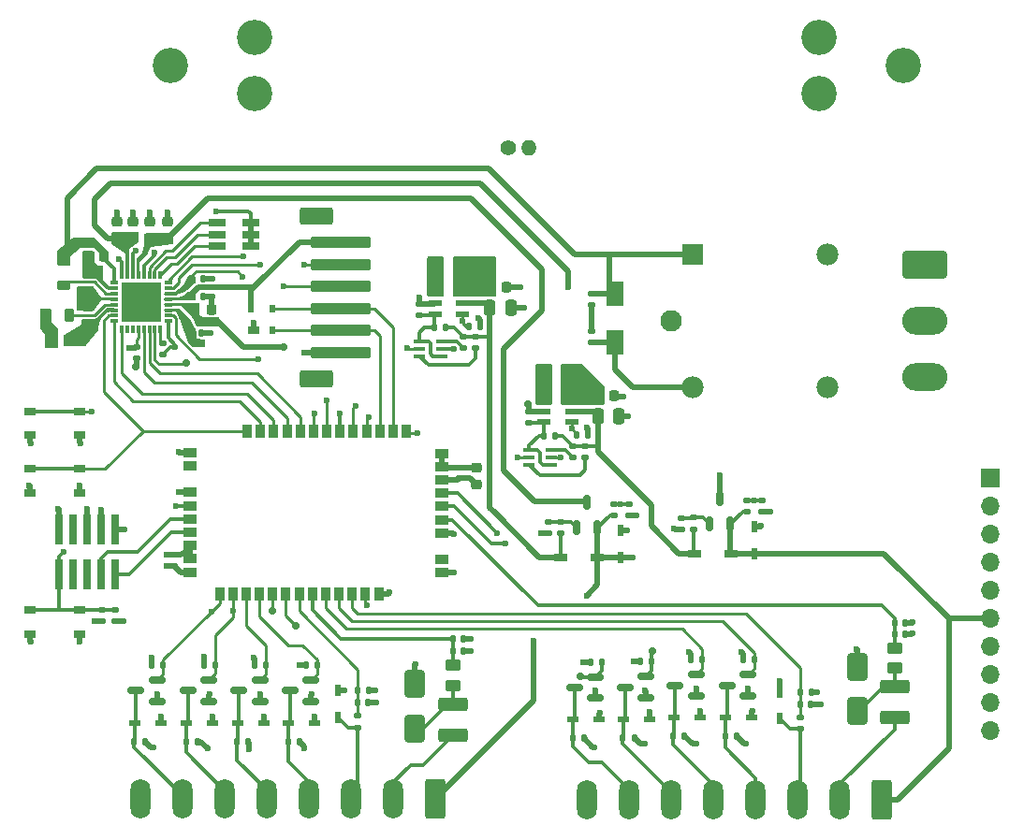
<source format=gbr>
%TF.GenerationSoftware,KiCad,Pcbnew,8.0.8*%
%TF.CreationDate,2025-03-05T18:01:18-08:00*%
%TF.ProjectId,LoRa-BLE-Sensor,4c6f5261-2d42-44c4-952d-53656e736f72,1*%
%TF.SameCoordinates,Original*%
%TF.FileFunction,Copper,L1,Top*%
%TF.FilePolarity,Positive*%
%FSLAX46Y46*%
G04 Gerber Fmt 4.6, Leading zero omitted, Abs format (unit mm)*
G04 Created by KiCad (PCBNEW 8.0.8) date 2025-03-05 18:01:18*
%MOMM*%
%LPD*%
G01*
G04 APERTURE LIST*
G04 Aperture macros list*
%AMRoundRect*
0 Rectangle with rounded corners*
0 $1 Rounding radius*
0 $2 $3 $4 $5 $6 $7 $8 $9 X,Y pos of 4 corners*
0 Add a 4 corners polygon primitive as box body*
4,1,4,$2,$3,$4,$5,$6,$7,$8,$9,$2,$3,0*
0 Add four circle primitives for the rounded corners*
1,1,$1+$1,$2,$3*
1,1,$1+$1,$4,$5*
1,1,$1+$1,$6,$7*
1,1,$1+$1,$8,$9*
0 Add four rect primitives between the rounded corners*
20,1,$1+$1,$2,$3,$4,$5,0*
20,1,$1+$1,$4,$5,$6,$7,0*
20,1,$1+$1,$6,$7,$8,$9,0*
20,1,$1+$1,$8,$9,$2,$3,0*%
G04 Aperture macros list end*
%TA.AperFunction,SMDPad,CuDef*%
%ADD10RoundRect,0.140000X-0.170000X0.140000X-0.170000X-0.140000X0.170000X-0.140000X0.170000X0.140000X0*%
%TD*%
%TA.AperFunction,SMDPad,CuDef*%
%ADD11RoundRect,0.150000X0.587500X0.150000X-0.587500X0.150000X-0.587500X-0.150000X0.587500X-0.150000X0*%
%TD*%
%TA.AperFunction,SMDPad,CuDef*%
%ADD12R,1.100000X0.500000*%
%TD*%
%TA.AperFunction,SMDPad,CuDef*%
%ADD13RoundRect,0.135000X-0.135000X-0.185000X0.135000X-0.185000X0.135000X0.185000X-0.135000X0.185000X0*%
%TD*%
%TA.AperFunction,SMDPad,CuDef*%
%ADD14RoundRect,0.140000X-0.140000X-0.170000X0.140000X-0.170000X0.140000X0.170000X-0.140000X0.170000X0*%
%TD*%
%TA.AperFunction,SMDPad,CuDef*%
%ADD15RoundRect,0.147500X0.172500X-0.147500X0.172500X0.147500X-0.172500X0.147500X-0.172500X-0.147500X0*%
%TD*%
%TA.AperFunction,SMDPad,CuDef*%
%ADD16RoundRect,0.225000X0.250000X-0.225000X0.250000X0.225000X-0.250000X0.225000X-0.250000X-0.225000X0*%
%TD*%
%TA.AperFunction,ComponentPad*%
%ADD17C,3.200000*%
%TD*%
%TA.AperFunction,SMDPad,CuDef*%
%ADD18R,1.000000X0.700000*%
%TD*%
%TA.AperFunction,SMDPad,CuDef*%
%ADD19RoundRect,0.225000X-0.250000X0.225000X-0.250000X-0.225000X0.250000X-0.225000X0.250000X0.225000X0*%
%TD*%
%TA.AperFunction,SMDPad,CuDef*%
%ADD20RoundRect,0.250000X0.450000X-0.262500X0.450000X0.262500X-0.450000X0.262500X-0.450000X-0.262500X0*%
%TD*%
%TA.AperFunction,ComponentPad*%
%ADD21RoundRect,0.250000X0.650000X1.550000X-0.650000X1.550000X-0.650000X-1.550000X0.650000X-1.550000X0*%
%TD*%
%TA.AperFunction,ComponentPad*%
%ADD22O,1.800000X3.600000*%
%TD*%
%TA.AperFunction,SMDPad,CuDef*%
%ADD23RoundRect,0.135000X0.135000X0.185000X-0.135000X0.185000X-0.135000X-0.185000X0.135000X-0.185000X0*%
%TD*%
%TA.AperFunction,SMDPad,CuDef*%
%ADD24RoundRect,0.250000X0.375000X0.850000X-0.375000X0.850000X-0.375000X-0.850000X0.375000X-0.850000X0*%
%TD*%
%TA.AperFunction,SMDPad,CuDef*%
%ADD25R,0.600000X0.700000*%
%TD*%
%TA.AperFunction,SMDPad,CuDef*%
%ADD26RoundRect,0.040600X-0.564400X-0.249400X0.564400X-0.249400X0.564400X0.249400X-0.564400X0.249400X0*%
%TD*%
%TA.AperFunction,SMDPad,CuDef*%
%ADD27R,0.500000X1.100000*%
%TD*%
%TA.AperFunction,SMDPad,CuDef*%
%ADD28RoundRect,0.225000X-0.225000X-0.250000X0.225000X-0.250000X0.225000X0.250000X-0.225000X0.250000X0*%
%TD*%
%TA.AperFunction,SMDPad,CuDef*%
%ADD29RoundRect,0.135000X0.185000X-0.135000X0.185000X0.135000X-0.185000X0.135000X-0.185000X-0.135000X0*%
%TD*%
%TA.AperFunction,SMDPad,CuDef*%
%ADD30R,1.250000X0.750000*%
%TD*%
%TA.AperFunction,SMDPad,CuDef*%
%ADD31RoundRect,0.225000X0.225000X0.250000X-0.225000X0.250000X-0.225000X-0.250000X0.225000X-0.250000X0*%
%TD*%
%TA.AperFunction,SMDPad,CuDef*%
%ADD32R,1.600000X2.300000*%
%TD*%
%TA.AperFunction,SMDPad,CuDef*%
%ADD33RoundRect,0.250000X0.650000X-1.000000X0.650000X1.000000X-0.650000X1.000000X-0.650000X-1.000000X0*%
%TD*%
%TA.AperFunction,SMDPad,CuDef*%
%ADD34RoundRect,0.135000X-0.185000X0.135000X-0.185000X-0.135000X0.185000X-0.135000X0.185000X0.135000X0*%
%TD*%
%TA.AperFunction,SMDPad,CuDef*%
%ADD35R,1.100000X0.450000*%
%TD*%
%TA.AperFunction,SMDPad,CuDef*%
%ADD36R,0.740000X2.795000*%
%TD*%
%TA.AperFunction,SMDPad,CuDef*%
%ADD37RoundRect,0.250000X1.075000X-0.375000X1.075000X0.375000X-1.075000X0.375000X-1.075000X-0.375000X0*%
%TD*%
%TA.AperFunction,SMDPad,CuDef*%
%ADD38RoundRect,0.218750X-0.218750X-0.381250X0.218750X-0.381250X0.218750X0.381250X-0.218750X0.381250X0*%
%TD*%
%TA.AperFunction,SMDPad,CuDef*%
%ADD39RoundRect,0.250000X-0.250000X-0.475000X0.250000X-0.475000X0.250000X0.475000X-0.250000X0.475000X0*%
%TD*%
%TA.AperFunction,ComponentPad*%
%ADD40RoundRect,0.347223X-1.702777X0.902777X-1.702777X-0.902777X1.702777X-0.902777X1.702777X0.902777X0*%
%TD*%
%TA.AperFunction,ComponentPad*%
%ADD41O,4.100000X2.500000*%
%TD*%
%TA.AperFunction,ComponentPad*%
%ADD42R,1.980000X1.980000*%
%TD*%
%TA.AperFunction,ComponentPad*%
%ADD43C,1.980000*%
%TD*%
%TA.AperFunction,ComponentPad*%
%ADD44C,1.935000*%
%TD*%
%TA.AperFunction,SMDPad,CuDef*%
%ADD45R,0.900000X1.300000*%
%TD*%
%TA.AperFunction,SMDPad,CuDef*%
%ADD46R,1.300000X0.900000*%
%TD*%
%TA.AperFunction,SMDPad,CuDef*%
%ADD47RoundRect,0.147500X-0.147500X-0.172500X0.147500X-0.172500X0.147500X0.172500X-0.147500X0.172500X0*%
%TD*%
%TA.AperFunction,SMDPad,CuDef*%
%ADD48R,1.600000X0.700000*%
%TD*%
%TA.AperFunction,SMDPad,CuDef*%
%ADD49RoundRect,0.250000X2.500000X-0.250000X2.500000X0.250000X-2.500000X0.250000X-2.500000X-0.250000X0*%
%TD*%
%TA.AperFunction,SMDPad,CuDef*%
%ADD50RoundRect,0.250000X1.250000X-0.550000X1.250000X0.550000X-1.250000X0.550000X-1.250000X-0.550000X0*%
%TD*%
%TA.AperFunction,ComponentPad*%
%ADD51C,1.400000*%
%TD*%
%TA.AperFunction,ComponentPad*%
%ADD52O,1.400000X1.400000*%
%TD*%
%TA.AperFunction,SMDPad,CuDef*%
%ADD53R,0.800000X0.300000*%
%TD*%
%TA.AperFunction,SMDPad,CuDef*%
%ADD54R,0.300000X0.800000*%
%TD*%
%TA.AperFunction,SMDPad,CuDef*%
%ADD55R,3.600000X3.600000*%
%TD*%
%TA.AperFunction,SMDPad,CuDef*%
%ADD56RoundRect,0.218750X-0.381250X0.218750X-0.381250X-0.218750X0.381250X-0.218750X0.381250X0.218750X0*%
%TD*%
%TA.AperFunction,ComponentPad*%
%ADD57R,1.700000X1.700000*%
%TD*%
%TA.AperFunction,ComponentPad*%
%ADD58O,1.700000X1.700000*%
%TD*%
%TA.AperFunction,SMDPad,CuDef*%
%ADD59RoundRect,0.150000X0.150000X-0.512500X0.150000X0.512500X-0.150000X0.512500X-0.150000X-0.512500X0*%
%TD*%
%TA.AperFunction,ViaPad*%
%ADD60C,0.600000*%
%TD*%
%TA.AperFunction,ViaPad*%
%ADD61C,0.700000*%
%TD*%
%TA.AperFunction,Conductor*%
%ADD62C,0.500000*%
%TD*%
%TA.AperFunction,Conductor*%
%ADD63C,0.250000*%
%TD*%
%TA.AperFunction,Conductor*%
%ADD64C,0.300000*%
%TD*%
G04 APERTURE END LIST*
D10*
%TO.P,C11,1*%
%TO.N,VDD*%
X75800000Y-66520000D03*
%TO.P,C11,2*%
%TO.N,GND*%
X75800000Y-67480000D03*
%TD*%
D11*
%TO.P,Q5,1,G*%
%TO.N,VDD*%
X131100000Y-98050000D03*
%TO.P,Q5,2,S*%
%TO.N,D4_NRF*%
X131100000Y-96150000D03*
%TO.P,Q5,3,D*%
%TO.N,D4_IN*%
X129225000Y-97100000D03*
%TD*%
D10*
%TO.P,C2,1*%
%TO.N,VDD*%
X105000000Y-77420000D03*
%TO.P,C2,2*%
%TO.N,GND*%
X105000000Y-78380000D03*
%TD*%
D11*
%TO.P,Q8,1,G*%
%TO.N,VDD*%
X117290000Y-98250000D03*
%TO.P,Q8,2,S*%
%TO.N,D7_NRF*%
X117290000Y-96350000D03*
%TO.P,Q8,3,D*%
%TO.N,D7_IN*%
X115415000Y-97300000D03*
%TD*%
D12*
%TO.P,D6,1,1*%
%TO.N,D5_IN*%
X124362500Y-100000000D03*
%TO.P,D6,2,2*%
%TO.N,GND*%
X126762500Y-100000000D03*
%TD*%
D10*
%TO.P,C3,1*%
%TO.N,VDD*%
X79200000Y-85320000D03*
%TO.P,C3,2*%
%TO.N,GND*%
X79200000Y-86280000D03*
%TD*%
D13*
%TO.P,R4,1*%
%TO.N,VDD*%
X77190000Y-95300000D03*
%TO.P,R4,2*%
%TO.N,D3_NRF*%
X78210000Y-95300000D03*
%TD*%
D14*
%TO.P,C7,1*%
%TO.N,V0_NRF*%
X95800000Y-98700000D03*
%TO.P,C7,2*%
%TO.N,GND*%
X96760000Y-98700000D03*
%TD*%
D12*
%TO.P,D2,1,1*%
%TO.N,D1_IN*%
X84910000Y-100500000D03*
%TO.P,D2,2,2*%
%TO.N,GND*%
X87310000Y-100500000D03*
%TD*%
D15*
%TO.P,D18,1,K*%
%TO.N,Net-(D18-K)*%
X116912500Y-62670000D03*
%TO.P,D18,2,A*%
%TO.N,V_RELAY*%
X116912500Y-61700000D03*
%TD*%
D16*
%TO.P,C17,1*%
%TO.N,LDO2_OUT*%
X74000000Y-56675000D03*
%TO.P,C17,2*%
%TO.N,GND*%
X74000000Y-55125000D03*
%TD*%
D17*
%TO.P,J2,1,+*%
%TO.N,VBAT*%
X78880000Y-41000000D03*
X86500000Y-38460000D03*
X86500000Y-43540000D03*
%TO.P,J2,2,-*%
%TO.N,GND*%
X137500000Y-38460000D03*
X137500000Y-43540000D03*
X145120000Y-41000000D03*
%TD*%
D18*
%TO.P,SW1,1,1*%
%TO.N,RESET*%
X66150000Y-90325000D03*
X70650000Y-90325000D03*
%TO.P,SW1,2,2*%
%TO.N,GND*%
X66150000Y-92475000D03*
X70650000Y-92475000D03*
%TD*%
D19*
%TO.P,C20,1*%
%TO.N,VSYS*%
X71400000Y-62825000D03*
%TO.P,C20,2*%
%TO.N,GND*%
X71400000Y-64375000D03*
%TD*%
D20*
%TO.P,R20,1*%
%TO.N,Net-(D9-A1)*%
X104390000Y-97112500D03*
%TO.P,R20,2*%
%TO.N,I0_NRF*%
X104390000Y-95287500D03*
%TD*%
D21*
%TO.P,J6,1,Pin_1*%
%TO.N,V_SENSOR2*%
X143240000Y-107500000D03*
D22*
%TO.P,J6,2,Pin_2*%
%TO.N,I1_IN*%
X139430000Y-107500000D03*
%TO.P,J6,3,Pin_3*%
%TO.N,V1_IN*%
X135620000Y-107500000D03*
%TO.P,J6,4,Pin_4*%
%TO.N,D4_IN*%
X131810000Y-107500000D03*
%TO.P,J6,5,Pin_5*%
%TO.N,D5_IN*%
X128000000Y-107500000D03*
%TO.P,J6,6,Pin_6*%
%TO.N,D6_IN*%
X124190000Y-107500000D03*
%TO.P,J6,7,Pin_7*%
%TO.N,D7_IN*%
X120380000Y-107500000D03*
%TO.P,J6,8,Pin_8*%
%TO.N,GND*%
X116570000Y-107500000D03*
%TD*%
D13*
%TO.P,R11,1*%
%TO.N,VDD*%
X121380000Y-94950000D03*
%TO.P,R11,2*%
%TO.N,D6_NRF*%
X122400000Y-94950000D03*
%TD*%
D23*
%TO.P,R37,1*%
%TO.N,VBOOST1*%
X103755000Y-64750000D03*
%TO.P,R37,2*%
%TO.N,BOOST1_FB*%
X102735000Y-64750000D03*
%TD*%
D10*
%TO.P,C4,1*%
%TO.N,RESET*%
X72700000Y-90300000D03*
%TO.P,C4,2*%
%TO.N,GND*%
X72700000Y-91260000D03*
%TD*%
D12*
%TO.P,D5,1,1*%
%TO.N,D4_IN*%
X129062500Y-100000000D03*
%TO.P,D5,2,2*%
%TO.N,GND*%
X131462500Y-100000000D03*
%TD*%
D24*
%TO.P,L3,1,1*%
%TO.N,VSYS*%
X105065000Y-59500000D03*
%TO.P,L3,2,2*%
%TO.N,Net-(U3-SW)*%
X102915000Y-59500000D03*
%TD*%
D18*
%TO.P,D20,1,GND*%
%TO.N,GND*%
X86350000Y-65000000D03*
D25*
%TO.P,D20,2,I/O1*%
%TO.N,USB_D+*%
X88050000Y-65000000D03*
%TO.P,D20,3,I/O2*%
%TO.N,USB_D-*%
X88050000Y-63000000D03*
%TO.P,D20,4,VCC*%
%TO.N,VBUS*%
X86150000Y-63000000D03*
%TD*%
D26*
%TO.P,U3,1,SW*%
%TO.N,Net-(U3-SW)*%
X102790000Y-61600000D03*
%TO.P,U3,2,GND*%
%TO.N,GND*%
X102790000Y-62550000D03*
%TO.P,U3,3,FB*%
%TO.N,BOOST1_FB*%
X102790000Y-63500000D03*
%TO.P,U3,4,EN*%
%TO.N,BOOST1_EN*%
X105300000Y-63500000D03*
%TO.P,U3,5,VOUT*%
%TO.N,VBOOST1*%
X105300000Y-62550000D03*
%TO.P,U3,6,VIN*%
%TO.N,VSYS*%
X105300000Y-61600000D03*
%TD*%
D27*
%TO.P,D12,1,1*%
%TO.N,V1_IN*%
X134000000Y-100100000D03*
%TO.P,D12,2,2*%
%TO.N,GND*%
X134000000Y-97700000D03*
%TD*%
D23*
%TO.P,R14,1*%
%TO.N,V_SENSOR2*%
X125372500Y-101700000D03*
%TO.P,R14,2*%
%TO.N,D5_IN*%
X124352500Y-101700000D03*
%TD*%
D28*
%TO.P,C14,1*%
%TO.N,VDD*%
X68125000Y-65900000D03*
%TO.P,C14,2*%
%TO.N,GND*%
X69675000Y-65900000D03*
%TD*%
D29*
%TO.P,R38,1*%
%TO.N,BOOST1_FB*%
X101400000Y-63610000D03*
%TO.P,R38,2*%
%TO.N,GND*%
X101400000Y-62590000D03*
%TD*%
D28*
%TO.P,C18,1*%
%TO.N,VSYS*%
X107715000Y-61100000D03*
%TO.P,C18,2*%
%TO.N,GND*%
X109265000Y-61100000D03*
%TD*%
D30*
%TO.P,D15,1,K*%
%TO.N,V_SENSOR2*%
X129550000Y-85162500D03*
%TO.P,D15,2,A*%
%TO.N,VBOOST2*%
X126250000Y-85162500D03*
%TD*%
%TO.P,D14,1,K*%
%TO.N,V_SENSOR1*%
X117450000Y-85500000D03*
%TO.P,D14,2,A*%
%TO.N,VBOOST1*%
X114150000Y-85500000D03*
%TD*%
D14*
%TO.P,C6,1*%
%TO.N,I1_NRF*%
X144357500Y-92450000D03*
%TO.P,C6,2*%
%TO.N,GND*%
X145317500Y-92450000D03*
%TD*%
D23*
%TO.P,R7,1*%
%TO.N,V_SENSOR1*%
X81310000Y-102200000D03*
%TO.P,R7,2*%
%TO.N,D2_IN*%
X80290000Y-102200000D03*
%TD*%
D31*
%TO.P,C13,1*%
%TO.N,V_RELAY*%
X72875000Y-58300000D03*
%TO.P,C13,2*%
%TO.N,GND*%
X71325000Y-58300000D03*
%TD*%
D23*
%TO.P,R6,1*%
%TO.N,V_SENSOR1*%
X85920000Y-102200000D03*
%TO.P,R6,2*%
%TO.N,D1_IN*%
X84900000Y-102200000D03*
%TD*%
D11*
%TO.P,Q1,1,G*%
%TO.N,VDD*%
X91547500Y-98550000D03*
%TO.P,Q1,2,S*%
%TO.N,D0_NRF*%
X91547500Y-96650000D03*
%TO.P,Q1,3,D*%
%TO.N,D0_IN*%
X89672500Y-97600000D03*
%TD*%
D32*
%TO.P,D19,1,K*%
%TO.N,V_RELAY*%
X119112500Y-61700000D03*
%TO.P,D19,2,A*%
%TO.N,GND*%
X119112500Y-66100000D03*
%TD*%
D13*
%TO.P,R27,1*%
%TO.N,V1_NRF*%
X135800000Y-97700000D03*
%TO.P,R27,2*%
%TO.N,GND*%
X136820000Y-97700000D03*
%TD*%
D33*
%TO.P,D9,1,A1*%
%TO.N,Net-(D9-A1)*%
X100990000Y-101000000D03*
%TO.P,D9,2,A2*%
%TO.N,GND*%
X100990000Y-97000000D03*
%TD*%
D29*
%TO.P,R31,1*%
%TO.N,GND*%
X113050000Y-83310000D03*
%TO.P,R31,2*%
%TO.N,Net-(Q9-G)*%
X113050000Y-82290000D03*
%TD*%
D18*
%TO.P,SW2,1,1*%
%TO.N,BUT1*%
X66150000Y-77525000D03*
X70650000Y-77525000D03*
%TO.P,SW2,2,2*%
%TO.N,GND*%
X66150000Y-79675000D03*
X70650000Y-79675000D03*
%TD*%
D34*
%TO.P,R42,1*%
%TO.N,VBOOST1*%
X106445000Y-65590000D03*
%TO.P,R42,2*%
%TO.N,Net-(Q11-D1)*%
X106445000Y-66610000D03*
%TD*%
D35*
%TO.P,Q12,1,S2*%
%TO.N,BOOST2_FB*%
X111300000Y-75825000D03*
%TO.P,Q12,2,G2*%
%TO.N,BOOST2_FB_CTRL2*%
X111300000Y-76475000D03*
%TO.P,Q12,3,D1*%
%TO.N,Net-(Q12-D1)*%
X111300000Y-77125000D03*
%TO.P,Q12,4,S1*%
%TO.N,BOOST2_FB*%
X113300000Y-77125000D03*
%TO.P,Q12,5,G1*%
%TO.N,BOOST2_FB_CTRL1*%
X113300000Y-76475000D03*
%TO.P,Q12,6,D2*%
%TO.N,Net-(Q12-D2)*%
X113300000Y-75825000D03*
%TD*%
D29*
%TO.P,R40,1*%
%TO.N,BOOST2_FB*%
X111255000Y-73320000D03*
%TO.P,R40,2*%
%TO.N,GND*%
X111255000Y-72300000D03*
%TD*%
D36*
%TO.P,J1,01,VTref*%
%TO.N,VDD*%
X73840000Y-82967500D03*
%TO.P,J1,02,SWDIO/TMS*%
%TO.N,SWDIO*%
X73840000Y-87032500D03*
%TO.P,J1,03,GND*%
%TO.N,GND*%
X72570000Y-82967500D03*
%TO.P,J1,04,SWDCLK/TCK*%
%TO.N,SWCLK*%
X72570000Y-87032500D03*
%TO.P,J1,05,GND*%
%TO.N,GND*%
X71300000Y-82967500D03*
%TO.P,J1,06,SWO/TDO*%
%TO.N,unconnected-(J1-SWO{slash}TDO-Pad06)*%
X71300000Y-87032500D03*
%TO.P,J1,07,KEY*%
%TO.N,unconnected-(J1-KEY-Pad07)*%
X70030000Y-82967500D03*
%TO.P,J1,08,NC/TDI*%
%TO.N,unconnected-(J1-NC{slash}TDI-Pad08)*%
X70030000Y-87032500D03*
%TO.P,J1,09,GNDDetect*%
%TO.N,GND*%
X68760000Y-82967500D03*
%TO.P,J1,10,nRESET*%
%TO.N,RESET*%
X68760000Y-87032500D03*
%TD*%
D23*
%TO.P,R15,1*%
%TO.N,V_SENSOR2*%
X120810000Y-101850000D03*
%TO.P,R15,2*%
%TO.N,D6_IN*%
X119790000Y-101850000D03*
%TD*%
D29*
%TO.P,R23,1*%
%TO.N,V1_IN*%
X135800000Y-101010000D03*
%TO.P,R23,2*%
%TO.N,V1_NRF*%
X135800000Y-99990000D03*
%TD*%
D37*
%TO.P,F2,1*%
%TO.N,I1_IN*%
X144357500Y-100050000D03*
%TO.P,F2,2*%
%TO.N,Net-(D10-A1)*%
X144357500Y-97250000D03*
%TD*%
D13*
%TO.P,R9,1*%
%TO.N,VDD*%
X130652500Y-94800000D03*
%TO.P,R9,2*%
%TO.N,D4_NRF*%
X131672500Y-94800000D03*
%TD*%
D16*
%TO.P,C12,1*%
%TO.N,LDO1_OUT*%
X78600000Y-56675000D03*
%TO.P,C12,2*%
%TO.N,GND*%
X78600000Y-55125000D03*
%TD*%
D29*
%TO.P,R22,1*%
%TO.N,V0_IN*%
X95800000Y-100910000D03*
%TO.P,R22,2*%
%TO.N,V0_NRF*%
X95800000Y-99890000D03*
%TD*%
D12*
%TO.P,D1,1,1*%
%TO.N,D0_IN*%
X89510000Y-100500000D03*
%TO.P,D1,2,2*%
%TO.N,GND*%
X91910000Y-100500000D03*
%TD*%
D13*
%TO.P,R2,1*%
%TO.N,VDD*%
X86490000Y-95300000D03*
%TO.P,R2,2*%
%TO.N,D1_NRF*%
X87510000Y-95300000D03*
%TD*%
D26*
%TO.P,U4,1,SW*%
%TO.N,Net-(U4-SW)*%
X112645000Y-71350000D03*
%TO.P,U4,2,GND*%
%TO.N,GND*%
X112645000Y-72300000D03*
%TO.P,U4,3,FB*%
%TO.N,BOOST2_FB*%
X112645000Y-73250000D03*
%TO.P,U4,4,EN*%
%TO.N,BOOST2_EN*%
X115155000Y-73250000D03*
%TO.P,U4,5,VOUT*%
%TO.N,VBOOST2*%
X115155000Y-72300000D03*
%TO.P,U4,6,VIN*%
%TO.N,VSYS*%
X115155000Y-71350000D03*
%TD*%
D23*
%TO.P,R8,1*%
%TO.N,V_SENSOR1*%
X76610000Y-102200000D03*
%TO.P,R8,2*%
%TO.N,D3_IN*%
X75590000Y-102200000D03*
%TD*%
D13*
%TO.P,R26,1*%
%TO.N,V0_NRF*%
X95800000Y-97600000D03*
%TO.P,R26,2*%
%TO.N,GND*%
X96820000Y-97600000D03*
%TD*%
D38*
%TO.P,L2,1,1*%
%TO.N,VDD*%
X67575000Y-63600000D03*
%TO.P,L2,2,2*%
%TO.N,Net-(U2-SW2)*%
X69700000Y-63600000D03*
%TD*%
D19*
%TO.P,C1,1*%
%TO.N,VDD*%
X106500000Y-77425000D03*
%TO.P,C1,2*%
%TO.N,GND*%
X106500000Y-78975000D03*
%TD*%
D35*
%TO.P,Q11,1,S2*%
%TO.N,BOOST1_FB*%
X101390000Y-66000000D03*
%TO.P,Q11,2,G2*%
%TO.N,BOOST1_FB_CTRL2*%
X101390000Y-66650000D03*
%TO.P,Q11,3,D1*%
%TO.N,Net-(Q11-D1)*%
X101390000Y-67300000D03*
%TO.P,Q11,4,S1*%
%TO.N,BOOST1_FB*%
X103390000Y-67300000D03*
%TO.P,Q11,5,G1*%
%TO.N,BOOST1_FB_CTRL1*%
X103390000Y-66650000D03*
%TO.P,Q11,6,D2*%
%TO.N,Net-(Q11-D2)*%
X103390000Y-66000000D03*
%TD*%
D13*
%TO.P,R12,1*%
%TO.N,VDD*%
X116842500Y-95000000D03*
%TO.P,R12,2*%
%TO.N,D7_NRF*%
X117862500Y-95000000D03*
%TD*%
D39*
%TO.P,C25,1*%
%TO.N,VBOOST2*%
X117550000Y-72725000D03*
%TO.P,C25,2*%
%TO.N,GND*%
X119450000Y-72725000D03*
%TD*%
D40*
%TO.P,J4,1,Pin_1*%
%TO.N,Net-(J4-Pin_1)*%
X147112500Y-59020000D03*
D41*
%TO.P,J4,2,Pin_2*%
%TO.N,Net-(J4-Pin_2)*%
X147112500Y-64100000D03*
%TO.P,J4,3,Pin_3*%
%TO.N,Net-(J4-Pin_3)*%
X147112500Y-69180000D03*
%TD*%
D29*
%TO.P,R18,1*%
%TO.N,V_SENSOR1*%
X118950000Y-81710000D03*
%TO.P,R18,2*%
%TO.N,V_SENSOR1_READ*%
X118950000Y-80690000D03*
%TD*%
D27*
%TO.P,D17,1,1*%
%TO.N,V_SENSOR2*%
X131700000Y-85162500D03*
%TO.P,D17,2,2*%
%TO.N,GND*%
X131700000Y-82762500D03*
%TD*%
D42*
%TO.P,K1,A1*%
%TO.N,V_RELAY*%
X126112500Y-58100000D03*
D43*
%TO.P,K1,A2*%
%TO.N,GND*%
X126112500Y-70100000D03*
D44*
%TO.P,K1,COM*%
%TO.N,Net-(J4-Pin_2)*%
X124112500Y-64100000D03*
D43*
%TO.P,K1,NC*%
%TO.N,Net-(J4-Pin_1)*%
X138312500Y-58100000D03*
%TO.P,K1,NO*%
%TO.N,Net-(J4-Pin_3)*%
X138312500Y-70100000D03*
%TD*%
D21*
%TO.P,J5,1,Pin_1*%
%TO.N,V_SENSOR1*%
X102817500Y-107357500D03*
D22*
%TO.P,J5,2,Pin_2*%
%TO.N,I0_IN*%
X99007500Y-107357500D03*
%TO.P,J5,3,Pin_3*%
%TO.N,V0_IN*%
X95197500Y-107357500D03*
%TO.P,J5,4,Pin_4*%
%TO.N,D0_IN*%
X91387500Y-107357500D03*
%TO.P,J5,5,Pin_5*%
%TO.N,D1_IN*%
X87577500Y-107357500D03*
%TO.P,J5,6,Pin_6*%
%TO.N,D2_IN*%
X83767500Y-107357500D03*
%TO.P,J5,7,Pin_7*%
%TO.N,D3_IN*%
X79957500Y-107357500D03*
%TO.P,J5,8,Pin_8*%
%TO.N,GND*%
X76147500Y-107357500D03*
%TD*%
D16*
%TO.P,C16,1*%
%TO.N,VSYS*%
X71400000Y-61375000D03*
%TO.P,C16,2*%
%TO.N,GND*%
X71400000Y-59825000D03*
%TD*%
D13*
%TO.P,R1,1*%
%TO.N,VDD*%
X91090000Y-95300000D03*
%TO.P,R1,2*%
%TO.N,D0_NRF*%
X92110000Y-95300000D03*
%TD*%
D23*
%TO.P,R39,1*%
%TO.N,VBOOST2*%
X113665000Y-74525000D03*
%TO.P,R39,2*%
%TO.N,BOOST2_FB*%
X112645000Y-74525000D03*
%TD*%
D34*
%TO.P,R29,1*%
%TO.N,V_SENSOR2_READ*%
X132400000Y-80352500D03*
%TO.P,R29,2*%
%TO.N,GND*%
X132400000Y-81372500D03*
%TD*%
D45*
%TO.P,U1,1,VBUS*%
%TO.N,VBUS_NRF*%
X100200000Y-74094853D03*
%TO.P,U1,2,USB-*%
%TO.N,USB_D-*%
X99000000Y-74094853D03*
%TO.P,U1,3,USB+*%
%TO.N,USB_D+*%
X97800000Y-74094853D03*
%TO.P,U1,4,P0.13*%
%TO.N,BOOST2_FB_CTRL2*%
X96600000Y-74094853D03*
%TO.P,U1,5,P0.14*%
%TO.N,BOOST2_EN*%
X95400000Y-74094853D03*
%TO.P,U1,6,P0.15*%
%TO.N,BOOST1_FB_CTRL1*%
X94200000Y-74094853D03*
%TO.P,U1,7,P0.16*%
%TO.N,BOOST1_FB_CTRL2*%
X93000000Y-74094853D03*
%TO.P,U1,8,P0.17*%
%TO.N,BOOST1_EN*%
X91800000Y-74094853D03*
%TO.P,U1,9,P0.19*%
%TO.N,NPM_SCL*%
X90600000Y-74094853D03*
%TO.P,U1,10,P0.20*%
%TO.N,NPM_SDA*%
X89400000Y-74094853D03*
%TO.P,U1,11,P0.21*%
%TO.N,NPM_IO2*%
X88200000Y-74094853D03*
%TO.P,U1,12,P0.10*%
%TO.N,NPM_IO1*%
X87000000Y-74094853D03*
%TO.P,U1,13,P0.09*%
%TO.N,BUT1*%
X85800000Y-74094853D03*
D46*
%TO.P,U1,14,GND*%
%TO.N,GND*%
X80630000Y-76054853D03*
%TO.P,U1,15,RF_BT*%
%TO.N,unconnected-(U1-RF_BT-Pad15)*%
X80630000Y-77254853D03*
%TO.P,U1,16,GND*%
%TO.N,GND*%
X80630000Y-79654853D03*
%TO.P,U1,17,NRF_RESET*%
%TO.N,RESET*%
X80630000Y-80854853D03*
%TO.P,U1,18,SWDCLK*%
%TO.N,SWCLK*%
X80630000Y-82054853D03*
%TO.P,U1,19,SWDIO*%
%TO.N,SWDIO*%
X80630000Y-83254853D03*
%TO.P,U1,20,VBAT_SX*%
%TO.N,VDD*%
X80630000Y-84454853D03*
%TO.P,U1,21,VBAT_IO_SX*%
X80630000Y-85654853D03*
%TO.P,U1,22,GND*%
%TO.N,GND*%
X80630000Y-86854853D03*
D45*
%TO.P,U1,23,P0.24*%
%TO.N,D3_NRF*%
X83300000Y-88834853D03*
%TO.P,U1,24,P0.25*%
%TO.N,D2_NRF*%
X84500000Y-88834853D03*
%TO.P,U1,25,P1.01*%
%TO.N,D1_NRF*%
X85700000Y-88834853D03*
%TO.P,U1,26,P1.02*%
%TO.N,D0_NRF*%
X86900000Y-88834853D03*
%TO.P,U1,27,P1.03*%
%TO.N,D7_NRF*%
X88100000Y-88834853D03*
%TO.P,U1,28,P1.04*%
%TO.N,D6_NRF*%
X89300000Y-88834853D03*
%TO.P,U1,29,P0.03*%
%TO.N,V0_NRF*%
X90500000Y-88834853D03*
%TO.P,U1,30,P0.02*%
%TO.N,I0_NRF*%
X91700000Y-88834853D03*
%TO.P,U1,31,P0.28*%
%TO.N,D5_NRF*%
X92900000Y-88834853D03*
%TO.P,U1,32,P0.29*%
%TO.N,D4_NRF*%
X94100000Y-88834853D03*
%TO.P,U1,33,P0.30*%
%TO.N,V1_NRF*%
X95300000Y-88834853D03*
%TO.P,U1,34,P0.26*%
%TO.N,BOOST2_FB_CTRL1*%
X96500000Y-88834853D03*
%TO.P,U1,35,GND*%
%TO.N,GND*%
X97700000Y-88834853D03*
D46*
%TO.P,U1,36,GND*%
X103370000Y-86914853D03*
%TO.P,U1,37,RF_LoRa*%
%TO.N,unconnected-(U1-RF_LoRa-Pad37)*%
X103370000Y-85714853D03*
%TO.P,U1,38,GND*%
%TO.N,GND*%
X103370000Y-83314853D03*
%TO.P,U1,39,P0.31*%
%TO.N,I1_NRF*%
X103370000Y-82114853D03*
%TO.P,U1,40,P0.05*%
%TO.N,V_SENSOR2_READ*%
X103370000Y-80914853D03*
%TO.P,U1,41,P0.04*%
%TO.N,V_SENSOR1_READ*%
X103370000Y-79714853D03*
%TO.P,U1,42,GND*%
%TO.N,GND*%
X103370000Y-78514853D03*
%TO.P,U1,43,VDD_NRF*%
%TO.N,VDD*%
X103370000Y-77314853D03*
%TO.P,U1,44,VBAT_NRF*%
X103370000Y-76114853D03*
%TD*%
D11*
%TO.P,Q6,1,G*%
%TO.N,VDD*%
X126400000Y-98050000D03*
%TO.P,Q6,2,S*%
%TO.N,D5_NRF*%
X126400000Y-96150000D03*
%TO.P,Q6,3,D*%
%TO.N,D5_IN*%
X124525000Y-97100000D03*
%TD*%
D47*
%TO.P,R24,1*%
%TO.N,I0_NRF*%
X104405000Y-92900000D03*
%TO.P,R24,2*%
%TO.N,GND*%
X105375000Y-92900000D03*
%TD*%
D16*
%TO.P,C21,1*%
%TO.N,LDO2_OUT*%
X75500000Y-56675000D03*
%TO.P,C21,2*%
%TO.N,GND*%
X75500000Y-55125000D03*
%TD*%
D14*
%TO.P,C8,1*%
%TO.N,V1_NRF*%
X135800000Y-98800000D03*
%TO.P,C8,2*%
%TO.N,GND*%
X136760000Y-98800000D03*
%TD*%
D48*
%TO.P,D13,1,AR*%
%TO.N,VSYS*%
X86100000Y-57350000D03*
%TO.P,D13,2,KR*%
%TO.N,Net-(D13-KR)*%
X83100000Y-57350000D03*
%TO.P,D13,3,AG*%
%TO.N,VSYS*%
X86100000Y-56300000D03*
%TO.P,D13,4,KG*%
%TO.N,Net-(D13-KG)*%
X83100000Y-56300000D03*
%TO.P,D13,5,AB*%
%TO.N,VSYS*%
X86100000Y-55250000D03*
%TO.P,D13,6,KB*%
%TO.N,Net-(D13-KB)*%
X83100000Y-55250000D03*
%TD*%
D23*
%TO.P,R5,1*%
%TO.N,V_SENSOR1*%
X90520000Y-102200000D03*
%TO.P,R5,2*%
%TO.N,D0_IN*%
X89500000Y-102200000D03*
%TD*%
D14*
%TO.P,C9,1*%
%TO.N,VBAT*%
X80720000Y-65200000D03*
%TO.P,C9,2*%
%TO.N,GND*%
X81680000Y-65200000D03*
%TD*%
D33*
%TO.P,D10,1,A1*%
%TO.N,Net-(D10-A1)*%
X140957500Y-99450000D03*
%TO.P,D10,2,A2*%
%TO.N,GND*%
X140957500Y-95450000D03*
%TD*%
D13*
%TO.P,R35,1*%
%TO.N,BOOST1_EN*%
X105845000Y-64600000D03*
%TO.P,R35,2*%
%TO.N,GND*%
X106865000Y-64600000D03*
%TD*%
%TO.P,R10,1*%
%TO.N,VDD*%
X125952500Y-94800000D03*
%TO.P,R10,2*%
%TO.N,D5_NRF*%
X126972500Y-94800000D03*
%TD*%
D18*
%TO.P,SW3,1,1*%
%TO.N,GND*%
X70650000Y-74475000D03*
X66150000Y-74475000D03*
%TO.P,SW3,2,2*%
%TO.N,Net-(U2-SHPHLD)*%
X70650000Y-72325000D03*
X66150000Y-72325000D03*
%TD*%
D47*
%TO.P,R25,1*%
%TO.N,I1_NRF*%
X144372500Y-91437500D03*
%TO.P,R25,2*%
%TO.N,GND*%
X145342500Y-91437500D03*
%TD*%
D11*
%TO.P,Q3,1,G*%
%TO.N,VDD*%
X82337500Y-98550000D03*
%TO.P,Q3,2,S*%
%TO.N,D2_NRF*%
X82337500Y-96650000D03*
%TO.P,Q3,3,D*%
%TO.N,D2_IN*%
X80462500Y-97600000D03*
%TD*%
D23*
%TO.P,R16,1*%
%TO.N,V_SENSOR2*%
X116262500Y-101900000D03*
%TO.P,R16,2*%
%TO.N,D7_IN*%
X115242500Y-101900000D03*
%TD*%
D20*
%TO.P,R21,1*%
%TO.N,Net-(D10-A1)*%
X144357500Y-95562500D03*
%TO.P,R21,2*%
%TO.N,I1_NRF*%
X144357500Y-93737500D03*
%TD*%
D39*
%TO.P,C24,1*%
%TO.N,VBOOST1*%
X107740000Y-62900000D03*
%TO.P,C24,2*%
%TO.N,GND*%
X109640000Y-62900000D03*
%TD*%
D11*
%TO.P,Q2,1,G*%
%TO.N,VDD*%
X86947500Y-98550000D03*
%TO.P,Q2,2,S*%
%TO.N,D1_NRF*%
X86947500Y-96650000D03*
%TO.P,Q2,3,D*%
%TO.N,D1_IN*%
X85072500Y-97600000D03*
%TD*%
D27*
%TO.P,D16,1,1*%
%TO.N,V_SENSOR1*%
X119600000Y-85500000D03*
%TO.P,D16,2,2*%
%TO.N,GND*%
X119600000Y-83100000D03*
%TD*%
D28*
%TO.P,C22,1*%
%TO.N,VSYS*%
X81025000Y-63100000D03*
%TO.P,C22,2*%
%TO.N,GND*%
X82575000Y-63100000D03*
%TD*%
D34*
%TO.P,R19,1*%
%TO.N,V_SENSOR1_READ*%
X120300000Y-80690000D03*
%TO.P,R19,2*%
%TO.N,GND*%
X120300000Y-81710000D03*
%TD*%
D12*
%TO.P,D3,1,1*%
%TO.N,D2_IN*%
X80300000Y-100500000D03*
%TO.P,D3,2,2*%
%TO.N,GND*%
X82700000Y-100500000D03*
%TD*%
D49*
%TO.P,J3,1,Pin_1*%
%TO.N,GND*%
X94300000Y-67000000D03*
%TO.P,J3,2,Pin_2*%
%TO.N,USB_D+*%
X94300000Y-65000000D03*
%TO.P,J3,3,Pin_3*%
%TO.N,USB_D-*%
X94300000Y-63000000D03*
%TO.P,J3,4,Pin_4*%
%TO.N,CC2*%
X94300000Y-61000000D03*
%TO.P,J3,5,Pin_5*%
%TO.N,CC1*%
X94300000Y-59000000D03*
%TO.P,J3,6,Pin_6*%
%TO.N,VBUS*%
X94300000Y-57000000D03*
D50*
%TO.P,J3,MP*%
%TO.N,N/C*%
X92050000Y-69400000D03*
X92050000Y-54600000D03*
%TD*%
D29*
%TO.P,R28,1*%
%TO.N,V_SENSOR2*%
X131050000Y-81372500D03*
%TO.P,R28,2*%
%TO.N,V_SENSOR2_READ*%
X131050000Y-80352500D03*
%TD*%
D34*
%TO.P,R34,1*%
%TO.N,Net-(Q10-G)*%
X126150000Y-81942500D03*
%TO.P,R34,2*%
%TO.N,VBOOST2*%
X126150000Y-82962500D03*
%TD*%
D11*
%TO.P,Q4,1,G*%
%TO.N,VDD*%
X77637500Y-98550000D03*
%TO.P,Q4,2,S*%
%TO.N,D3_NRF*%
X77637500Y-96650000D03*
%TO.P,Q4,3,D*%
%TO.N,D3_IN*%
X75762500Y-97600000D03*
%TD*%
D51*
%TO.P,TH1,1*%
%TO.N,Net-(U2-NTC)*%
X109395000Y-48500000D03*
D52*
%TO.P,TH1,2*%
%TO.N,GND*%
X111295000Y-48500000D03*
%TD*%
D13*
%TO.P,R3,1*%
%TO.N,VDD*%
X81890000Y-95300000D03*
%TO.P,R3,2*%
%TO.N,D2_NRF*%
X82910000Y-95300000D03*
%TD*%
D12*
%TO.P,D4,1,1*%
%TO.N,D3_IN*%
X75600000Y-100500000D03*
%TO.P,D4,2,2*%
%TO.N,GND*%
X78000000Y-100500000D03*
%TD*%
D29*
%TO.P,R41,1*%
%TO.N,GND*%
X116912500Y-66100000D03*
%TO.P,R41,2*%
%TO.N,Net-(D18-K)*%
X116912500Y-65080000D03*
%TD*%
D27*
%TO.P,D11,1,1*%
%TO.N,V0_IN*%
X94000000Y-100000000D03*
%TO.P,D11,2,2*%
%TO.N,GND*%
X94000000Y-97600000D03*
%TD*%
D34*
%TO.P,R33,1*%
%TO.N,Net-(Q9-G)*%
X114150000Y-82290000D03*
%TO.P,R33,2*%
%TO.N,VBOOST1*%
X114150000Y-83310000D03*
%TD*%
D29*
%TO.P,R32,1*%
%TO.N,GND*%
X125050000Y-82972500D03*
%TO.P,R32,2*%
%TO.N,Net-(Q10-G)*%
X125050000Y-81952500D03*
%TD*%
%TO.P,R17,1*%
%TO.N,VDD*%
X73900000Y-91290000D03*
%TO.P,R17,2*%
%TO.N,RESET*%
X73900000Y-90270000D03*
%TD*%
D53*
%TO.P,U2,1,VOUT1*%
%TO.N,V_RELAY*%
X73750000Y-60650000D03*
%TO.P,U2,2,PVSS1*%
%TO.N,GND*%
X73750000Y-61150000D03*
%TO.P,U2,3,SW1*%
%TO.N,Net-(U2-SW1)*%
X73750000Y-61650000D03*
%TO.P,U2,4,PVDD*%
%TO.N,VSYS*%
X73750000Y-62150000D03*
%TO.P,U2,5,SW2*%
%TO.N,Net-(U2-SW2)*%
X73750000Y-62650000D03*
%TO.P,U2,6,PVSS2*%
%TO.N,GND*%
X73750000Y-63150000D03*
%TO.P,U2,7,GPIO0*%
%TO.N,BUT1*%
X73750000Y-63650000D03*
%TO.P,U2,8,GPIO1*%
%TO.N,NPM_IO1*%
X73750000Y-64150000D03*
D54*
%TO.P,U2,9,GPIO2*%
%TO.N,NPM_IO2*%
X74450000Y-64850000D03*
%TO.P,U2,10,GPIO3*%
%TO.N,unconnected-(U2-GPIO3-Pad10)*%
X74950000Y-64850000D03*
%TO.P,U2,11,GPIO4*%
%TO.N,unconnected-(U2-GPIO4-Pad11)*%
X75450000Y-64850000D03*
%TO.P,U2,12,VDDIO*%
%TO.N,VDD*%
X75950000Y-64850000D03*
%TO.P,U2,13,SDA*%
%TO.N,NPM_SDA*%
X76450000Y-64850000D03*
%TO.P,U2,14,SCL*%
%TO.N,NPM_SCL*%
X76950000Y-64850000D03*
%TO.P,U2,15,SHPHLD*%
%TO.N,Net-(U2-SHPHLD)*%
X77450000Y-64850000D03*
%TO.P,U2,16,VSET2*%
%TO.N,Net-(U2-VSET2)*%
X77950000Y-64850000D03*
D53*
%TO.P,U2,17,VSET1*%
%TO.N,GND*%
X78650000Y-64150000D03*
%TO.P,U2,18,NTC*%
%TO.N,Net-(U2-NTC)*%
X78650000Y-63650000D03*
%TO.P,U2,19,VBAT*%
%TO.N,VBAT*%
X78650000Y-63150000D03*
%TO.P,U2,20,VSYS*%
%TO.N,VSYS*%
X78650000Y-62650000D03*
%TO.P,U2,21,VBUS*%
%TO.N,VBUS*%
X78650000Y-62150000D03*
%TO.P,U2,22,VBUSOUT*%
%TO.N,VBUS_NRF*%
X78650000Y-61650000D03*
%TO.P,U2,23,CC1*%
%TO.N,CC1*%
X78650000Y-61150000D03*
%TO.P,U2,24,CC2*%
%TO.N,CC2*%
X78650000Y-60650000D03*
D54*
%TO.P,U2,25,LED0*%
%TO.N,Net-(D13-KR)*%
X77950000Y-59950000D03*
%TO.P,U2,26,LED1*%
%TO.N,Net-(D13-KG)*%
X77450000Y-59950000D03*
%TO.P,U2,27,LED2*%
%TO.N,Net-(D13-KB)*%
X76950000Y-59950000D03*
%TO.P,U2,28,LSIN1/VINLDO1*%
%TO.N,VSYS*%
X76450000Y-59950000D03*
%TO.P,U2,29,LSOUT1/VOUTLDO1*%
%TO.N,LDO1_OUT*%
X75950000Y-59950000D03*
%TO.P,U2,30,LSIN2/VINLDO2*%
%TO.N,VSYS*%
X75450000Y-59950000D03*
%TO.P,U2,31,LSOUT2/VOUTLDO2*%
%TO.N,LDO2_OUT*%
X74950000Y-59950000D03*
%TO.P,U2,32,VOUT2*%
%TO.N,VDD*%
X74450000Y-59950000D03*
D55*
%TO.P,U2,33,PAD*%
%TO.N,GND*%
X76200000Y-62400000D03*
%TD*%
D12*
%TO.P,D8,1,1*%
%TO.N,D7_IN*%
X115252500Y-100200000D03*
%TO.P,D8,2,2*%
%TO.N,GND*%
X117652500Y-100200000D03*
%TD*%
D37*
%TO.P,F1,1*%
%TO.N,I0_IN*%
X104390000Y-101600000D03*
%TO.P,F1,2*%
%TO.N,Net-(D9-A1)*%
X104390000Y-98800000D03*
%TD*%
D23*
%TO.P,R13,1*%
%TO.N,V_SENSOR2*%
X130072500Y-101700000D03*
%TO.P,R13,2*%
%TO.N,D4_IN*%
X129052500Y-101700000D03*
%TD*%
D28*
%TO.P,C19,1*%
%TO.N,VSYS*%
X117470000Y-70900000D03*
%TO.P,C19,2*%
%TO.N,GND*%
X119020000Y-70900000D03*
%TD*%
D56*
%TO.P,L1,1,1*%
%TO.N,V_RELAY*%
X69200000Y-58737500D03*
%TO.P,L1,2,2*%
%TO.N,Net-(U2-SW1)*%
X69200000Y-60862500D03*
%TD*%
D34*
%TO.P,R43,1*%
%TO.N,VBOOST1*%
X105390000Y-65590000D03*
%TO.P,R43,2*%
%TO.N,Net-(Q11-D2)*%
X105390000Y-66610000D03*
%TD*%
D13*
%TO.P,R36,1*%
%TO.N,BOOST2_EN*%
X115590000Y-74425000D03*
%TO.P,R36,2*%
%TO.N,GND*%
X116610000Y-74425000D03*
%TD*%
D16*
%TO.P,C15,1*%
%TO.N,LDO1_OUT*%
X77000000Y-56675000D03*
%TO.P,C15,2*%
%TO.N,GND*%
X77000000Y-55125000D03*
%TD*%
D14*
%TO.P,C10,1*%
%TO.N,VBUS*%
X80820000Y-61900000D03*
%TO.P,C10,2*%
%TO.N,GND*%
X81780000Y-61900000D03*
%TD*%
D12*
%TO.P,D7,1,1*%
%TO.N,D6_IN*%
X119800000Y-100150000D03*
%TO.P,D7,2,2*%
%TO.N,GND*%
X122200000Y-100150000D03*
%TD*%
D34*
%TO.P,R45,1*%
%TO.N,VBOOST2*%
X115300000Y-75490000D03*
%TO.P,R45,2*%
%TO.N,Net-(Q12-D2)*%
X115300000Y-76510000D03*
%TD*%
D24*
%TO.P,L4,1,1*%
%TO.N,VSYS*%
X114875000Y-69200000D03*
%TO.P,L4,2,2*%
%TO.N,Net-(U4-SW)*%
X112725000Y-69200000D03*
%TD*%
D14*
%TO.P,C5,1*%
%TO.N,I0_NRF*%
X104410000Y-94000000D03*
%TO.P,C5,2*%
%TO.N,GND*%
X105370000Y-94000000D03*
%TD*%
D57*
%TO.P,J7,1,Pin_1*%
%TO.N,V_SENSOR1*%
X153000000Y-78375000D03*
D58*
%TO.P,J7,2,Pin_2*%
%TO.N,VDD*%
X153000000Y-80915000D03*
%TO.P,J7,3,Pin_3*%
%TO.N,D2_NRF*%
X153000000Y-83455000D03*
%TO.P,J7,4,Pin_4*%
%TO.N,D3_NRF*%
X153000000Y-85995000D03*
%TO.P,J7,5,Pin_5*%
%TO.N,GND*%
X153000000Y-88535000D03*
%TO.P,J7,6,Pin_6*%
%TO.N,V_SENSOR2*%
X153000000Y-91075000D03*
%TO.P,J7,7,Pin_7*%
%TO.N,VDD*%
X153000000Y-93615000D03*
%TO.P,J7,8,Pin_8*%
%TO.N,D6_NRF*%
X153000000Y-96155000D03*
%TO.P,J7,9,Pin_9*%
%TO.N,D7_NRF*%
X153000000Y-98695000D03*
%TO.P,J7,10,Pin_10*%
%TO.N,GND*%
X153000000Y-101235000D03*
%TD*%
D59*
%TO.P,Q9,1,G*%
%TO.N,Net-(Q9-G)*%
X115600000Y-82837500D03*
%TO.P,Q9,2,S*%
%TO.N,V_SENSOR1*%
X117500000Y-82837500D03*
%TO.P,Q9,3,D*%
%TO.N,LDO1_OUT*%
X116550000Y-80562500D03*
%TD*%
D34*
%TO.P,R30,1*%
%TO.N,Net-(U2-VSET2)*%
X78150000Y-66190000D03*
%TO.P,R30,2*%
%TO.N,GND*%
X78150000Y-67210000D03*
%TD*%
D59*
%TO.P,Q10,1,G*%
%TO.N,Net-(Q10-G)*%
X127600000Y-82500000D03*
%TO.P,Q10,2,S*%
%TO.N,V_SENSOR2*%
X129500000Y-82500000D03*
%TO.P,Q10,3,D*%
%TO.N,LDO2_OUT*%
X128550000Y-80225000D03*
%TD*%
D11*
%TO.P,Q7,1,G*%
%TO.N,VDD*%
X121837500Y-98230000D03*
%TO.P,Q7,2,S*%
%TO.N,D6_NRF*%
X121837500Y-96330000D03*
%TO.P,Q7,3,D*%
%TO.N,D6_IN*%
X119962500Y-97280000D03*
%TD*%
D34*
%TO.P,R44,1*%
%TO.N,VBOOST2*%
X116400000Y-75490000D03*
%TO.P,R44,2*%
%TO.N,Net-(Q12-D1)*%
X116400000Y-76510000D03*
%TD*%
D14*
%TO.P,C23,1*%
%TO.N,VBUS_NRF*%
X80820000Y-60300000D03*
%TO.P,C23,2*%
%TO.N,GND*%
X81780000Y-60300000D03*
%TD*%
D60*
%TO.N,VDD*%
X121800000Y-97600000D03*
X82400000Y-97900000D03*
X74200000Y-58500000D03*
X91600000Y-97900000D03*
X90500000Y-95300000D03*
X74700000Y-83000000D03*
X117300000Y-97600000D03*
X78500000Y-85300000D03*
X126400000Y-97400000D03*
X131100000Y-97400000D03*
X81900000Y-94500000D03*
X116200000Y-95000000D03*
X130500000Y-94100000D03*
X74600000Y-91300000D03*
X125800000Y-94100000D03*
X68000000Y-64700000D03*
X120800000Y-94900000D03*
X87000000Y-97900000D03*
X77700000Y-97900000D03*
X75100000Y-66600000D03*
X105700000Y-77425000D03*
X77200000Y-94600000D03*
X86400000Y-94600000D03*
%TO.N,GND*%
X124400000Y-82900000D03*
X72600000Y-81200000D03*
X76000000Y-62400000D03*
X86400000Y-64300000D03*
X106000000Y-94000000D03*
X119112500Y-67600000D03*
X98700000Y-88700000D03*
X112400000Y-83300000D03*
X75500000Y-54300000D03*
X126800000Y-99400000D03*
X119800000Y-71000000D03*
X120275000Y-72725000D03*
X97400000Y-97600000D03*
X91900000Y-99900000D03*
X82500000Y-65200000D03*
X106700000Y-63900000D03*
X106000000Y-92900000D03*
X104500000Y-86900000D03*
X70600000Y-79000000D03*
D61*
X111170000Y-71625000D03*
D60*
X91000000Y-67000000D03*
X76000000Y-63400000D03*
X68700000Y-81100000D03*
X77000000Y-63400000D03*
X101390000Y-62000000D03*
X146000000Y-92400000D03*
X75000000Y-63400000D03*
X78600000Y-54300000D03*
X105700000Y-78380000D03*
X87300000Y-99900000D03*
X120200000Y-83100000D03*
X137700000Y-98800000D03*
X72000000Y-91300000D03*
X70700000Y-75200000D03*
X121000000Y-81700000D03*
X116500000Y-73800000D03*
X66200000Y-93200000D03*
X78000000Y-99900000D03*
X76000000Y-61400000D03*
X94600000Y-97600000D03*
X82700000Y-61900000D03*
X132300000Y-82700000D03*
X78500000Y-86300000D03*
X117700000Y-99600000D03*
X122200000Y-99500000D03*
X70801650Y-65778672D03*
X77000000Y-54300000D03*
X77000000Y-62400000D03*
X101000000Y-95200000D03*
X82700000Y-99900000D03*
X110900000Y-62900000D03*
X137400000Y-97700000D03*
X140900000Y-93800000D03*
X72300000Y-59600000D03*
X82700000Y-60290000D03*
X104500000Y-83400000D03*
X79600000Y-76000000D03*
X110500000Y-61100000D03*
X134000000Y-96700000D03*
X79600000Y-79600000D03*
X97500000Y-98700000D03*
X131500000Y-99400000D03*
X74000000Y-54300000D03*
X77000000Y-61400000D03*
X70600000Y-93200000D03*
X71300000Y-81100000D03*
X79300000Y-66500000D03*
D61*
X75700000Y-68300000D03*
D60*
X75000000Y-62400000D03*
X133100000Y-81400000D03*
X66200000Y-75200000D03*
X66100000Y-79000000D03*
X75000000Y-61400000D03*
X146000000Y-91400000D03*
%TO.N,RESET*%
X79400000Y-80900000D03*
X69200000Y-85000000D03*
%TO.N,CC2*%
X89100000Y-61000000D03*
X85500000Y-58300000D03*
%TO.N,CC1*%
X87000000Y-59000000D03*
X91000000Y-59000000D03*
%TO.N,VBAT*%
X81700000Y-66200000D03*
X81000000Y-66100000D03*
%TO.N,VBUS_NRF*%
X101200000Y-74300000D03*
X85400000Y-60100000D03*
%TO.N,VSYS*%
X82200000Y-64200000D03*
X77400000Y-57900000D03*
X70800000Y-62100000D03*
X72000000Y-62100000D03*
X82900000Y-64200000D03*
X116100000Y-69500000D03*
X106400000Y-59900000D03*
X81500000Y-64200000D03*
X75700000Y-57800000D03*
D61*
X89100000Y-66500000D03*
D60*
X83000000Y-54200000D03*
%TO.N,BOOST1_FB_CTRL1*%
X94200000Y-72500000D03*
X104490000Y-66700000D03*
%TO.N,LDO2_OUT*%
X128550000Y-78100000D03*
X114800000Y-61100000D03*
%TO.N,BOOST1_FB_CTRL2*%
X93000000Y-71300000D03*
X100300000Y-66600000D03*
%TO.N,V_SENSOR1*%
X116500000Y-89000000D03*
X91000000Y-102800000D03*
X82200000Y-102800000D03*
X86000000Y-102900000D03*
X77300000Y-102700000D03*
X120700000Y-85500000D03*
X111700000Y-93100000D03*
%TO.N,V_SENSOR2*%
X130900000Y-102400000D03*
X117200000Y-102700000D03*
X121800000Y-102400000D03*
X126400000Y-102400000D03*
D61*
%TO.N,Net-(U2-SHPHLD)*%
X80300000Y-67900000D03*
D60*
X71700000Y-72300000D03*
%TO.N,BOOST2_FB_CTRL2*%
X96800000Y-72800000D03*
X110300000Y-76500000D03*
%TO.N,BOOST2_FB_CTRL1*%
X96600000Y-89900000D03*
X114200000Y-76500000D03*
%TO.N,BOOST1_EN*%
X105300000Y-64150000D03*
X91900000Y-72500000D03*
%TO.N,BOOST2_EN*%
X95600000Y-71800000D03*
X115155000Y-73900000D03*
%TO.N,Net-(U2-NTC)*%
X86800000Y-67600000D03*
%TO.N,D2_NRF*%
X84500000Y-90400000D03*
%TO.N,D3_NRF*%
X82550000Y-90450000D03*
D61*
%TO.N,D6_NRF*%
X122432500Y-94000000D03*
X90200000Y-91700000D03*
%TO.N,D7_NRF*%
X88100000Y-90400000D03*
X115932500Y-96300000D03*
D60*
%TO.N,V_SENSOR1_READ*%
X108400000Y-83300000D03*
X119600000Y-80690000D03*
%TO.N,V_SENSOR2_READ*%
X109200000Y-84300000D03*
X131700000Y-80352500D03*
%TD*%
D62*
%TO.N,VDD*%
X91547500Y-98550000D02*
X91547500Y-97952500D01*
X79200000Y-85320000D02*
X78520000Y-85320000D01*
X77637500Y-98550000D02*
X77637500Y-97962500D01*
X73840000Y-82967500D02*
X74667500Y-82967500D01*
X105005000Y-77425000D02*
X105000000Y-77420000D01*
D63*
X75800000Y-65900000D02*
X75800000Y-66520000D01*
D62*
X130652500Y-94252500D02*
X130500000Y-94100000D01*
X86490000Y-95300000D02*
X86490000Y-94690000D01*
X75720000Y-66600000D02*
X75800000Y-66520000D01*
X91547500Y-97952500D02*
X91600000Y-97900000D01*
X82337500Y-97962500D02*
X82400000Y-97900000D01*
X90500000Y-95300000D02*
X91090000Y-95300000D01*
X103475147Y-77420000D02*
X103370000Y-77314853D01*
X130652500Y-94800000D02*
X130652500Y-94252500D01*
X105000000Y-77420000D02*
X103475147Y-77420000D01*
X81900000Y-94500000D02*
X81890000Y-94510000D01*
X75100000Y-66600000D02*
X75720000Y-66600000D01*
X78520000Y-85320000D02*
X78500000Y-85300000D01*
X120850000Y-94950000D02*
X120800000Y-94900000D01*
X125952500Y-94800000D02*
X125952500Y-94252500D01*
X80000000Y-85100000D02*
X80630000Y-85100000D01*
X103370000Y-77314853D02*
X103370000Y-76114853D01*
X121380000Y-94950000D02*
X120850000Y-94950000D01*
X81890000Y-94510000D02*
X81890000Y-95300000D01*
X74667500Y-82967500D02*
X74700000Y-83000000D01*
X125952500Y-94252500D02*
X125800000Y-94100000D01*
X74590000Y-91290000D02*
X74600000Y-91300000D01*
X117290000Y-97610000D02*
X117300000Y-97600000D01*
X73900000Y-91290000D02*
X74590000Y-91290000D01*
X131100000Y-98050000D02*
X131100000Y-97400000D01*
X86947500Y-98550000D02*
X86947500Y-97952500D01*
X82337500Y-98550000D02*
X82337500Y-97962500D01*
D63*
X75950000Y-64850000D02*
X75950000Y-65650000D01*
D62*
X117290000Y-98250000D02*
X117290000Y-97610000D01*
X86490000Y-94690000D02*
X86400000Y-94600000D01*
X106500000Y-77425000D02*
X105700000Y-77425000D01*
X116842500Y-95000000D02*
X116200000Y-95000000D01*
X79200000Y-85320000D02*
X79780000Y-85320000D01*
X121837500Y-98230000D02*
X121837500Y-97637500D01*
X80630000Y-85100000D02*
X80630000Y-84454853D01*
X105700000Y-77425000D02*
X105005000Y-77425000D01*
X77190000Y-95300000D02*
X77190000Y-94610000D01*
D63*
X75800000Y-65800000D02*
X75800000Y-65900000D01*
D64*
X74450000Y-58750000D02*
X74450000Y-59950000D01*
D63*
X75950000Y-65650000D02*
X75800000Y-65800000D01*
D62*
X86947500Y-97952500D02*
X87000000Y-97900000D01*
X126400000Y-98050000D02*
X126400000Y-97400000D01*
X77190000Y-94610000D02*
X77200000Y-94600000D01*
X79780000Y-85320000D02*
X80000000Y-85100000D01*
X80630000Y-85654853D02*
X80630000Y-85100000D01*
D64*
X74200000Y-58500000D02*
X74450000Y-58750000D01*
D62*
X121837500Y-97637500D02*
X121800000Y-97600000D01*
X77637500Y-97962500D02*
X77700000Y-97900000D01*
%TO.N,GND*%
X82575000Y-63100000D02*
X82575000Y-62025000D01*
X81780000Y-60300000D02*
X82690000Y-60300000D01*
X112645000Y-72300000D02*
X111255000Y-72300000D01*
X134000000Y-97700000D02*
X134000000Y-96700000D01*
X116912500Y-66100000D02*
X119112500Y-66100000D01*
X78600000Y-55125000D02*
X78600000Y-54300000D01*
X75800000Y-68200000D02*
X75700000Y-68300000D01*
X66150000Y-79050000D02*
X66100000Y-79000000D01*
X140957500Y-93857500D02*
X140900000Y-93800000D01*
D64*
X79300000Y-66500000D02*
X78860000Y-66500000D01*
D62*
X109640000Y-62900000D02*
X110900000Y-62900000D01*
X70650000Y-74475000D02*
X70650000Y-75150000D01*
X70650000Y-79050000D02*
X70600000Y-79000000D01*
X79200000Y-86280000D02*
X78520000Y-86280000D01*
X71300000Y-82967500D02*
X71300000Y-81100000D01*
X140957500Y-95450000D02*
X140957500Y-93857500D01*
X119112500Y-66100000D02*
X119112500Y-67600000D01*
X96820000Y-97600000D02*
X97400000Y-97600000D01*
X106000000Y-94000000D02*
X105370000Y-94000000D01*
X79200000Y-86280000D02*
X79774853Y-86854853D01*
X103370000Y-83314853D02*
X104414853Y-83314853D01*
X145962500Y-91437500D02*
X146000000Y-91400000D01*
X106865000Y-64065000D02*
X106700000Y-63900000D01*
X86400000Y-64300000D02*
X86400000Y-64950000D01*
X132237500Y-82762500D02*
X132300000Y-82700000D01*
X75500000Y-55125000D02*
X75500000Y-54300000D01*
X101400000Y-62590000D02*
X102750000Y-62590000D01*
X87310000Y-100500000D02*
X87310000Y-99910000D01*
X104485147Y-86914853D02*
X104500000Y-86900000D01*
X68760000Y-82967500D02*
X68760000Y-81160000D01*
X96760000Y-98700000D02*
X97500000Y-98700000D01*
X100990000Y-95210000D02*
X101000000Y-95200000D01*
X70650000Y-93150000D02*
X70600000Y-93200000D01*
X91910000Y-100500000D02*
X91910000Y-99910000D01*
X119020000Y-70980000D02*
X119020000Y-70900000D01*
X66150000Y-75150000D02*
X66200000Y-75200000D01*
X131462500Y-99437500D02*
X131500000Y-99400000D01*
X72700000Y-91260000D02*
X72040000Y-91260000D01*
X136760000Y-98800000D02*
X137700000Y-98800000D01*
X97700000Y-88834853D02*
X98565147Y-88834853D01*
X80630000Y-79654853D02*
X79654853Y-79654853D01*
X122200000Y-100150000D02*
X122200000Y-99500000D01*
X119040000Y-71000000D02*
X119020000Y-70980000D01*
X111255000Y-71710000D02*
X111170000Y-71625000D01*
X136820000Y-97700000D02*
X137400000Y-97700000D01*
X145950000Y-92450000D02*
X146000000Y-92400000D01*
X102750000Y-62590000D02*
X102790000Y-62550000D01*
X104865147Y-78514853D02*
X105000000Y-78380000D01*
X119112500Y-67600000D02*
X119112500Y-68500000D01*
X79654853Y-76054853D02*
X79600000Y-76000000D01*
X70650000Y-79675000D02*
X70650000Y-79050000D01*
X81780000Y-61900000D02*
X82700000Y-61900000D01*
X131462500Y-100000000D02*
X131462500Y-99437500D01*
X79774853Y-86854853D02*
X80630000Y-86854853D01*
X101400000Y-62010000D02*
X101390000Y-62000000D01*
D64*
X79300000Y-66500000D02*
X79300000Y-66330366D01*
D62*
X70650000Y-92475000D02*
X70650000Y-93150000D01*
D64*
X78650000Y-65680366D02*
X78650000Y-64150000D01*
D62*
X109265000Y-61100000D02*
X110500000Y-61100000D01*
X72570000Y-82967500D02*
X72570000Y-81230000D01*
X70650000Y-75150000D02*
X70700000Y-75200000D01*
X94300000Y-67000000D02*
X91000000Y-67000000D01*
X103370000Y-78514853D02*
X104865147Y-78514853D01*
X113050000Y-83310000D02*
X112410000Y-83310000D01*
X80630000Y-76054853D02*
X79654853Y-76054853D01*
X103370000Y-86914853D02*
X104485147Y-86914853D01*
X75800000Y-67480000D02*
X75800000Y-68200000D01*
X145342500Y-91437500D02*
X145962500Y-91437500D01*
X79654853Y-79654853D02*
X79600000Y-79600000D01*
X125050000Y-82972500D02*
X124472500Y-82972500D01*
X68760000Y-81160000D02*
X68700000Y-81100000D01*
X78000000Y-100500000D02*
X78000000Y-99900000D01*
X74000000Y-55125000D02*
X74000000Y-54300000D01*
X112410000Y-83310000D02*
X112400000Y-83300000D01*
X119450000Y-72725000D02*
X120275000Y-72725000D01*
X124472500Y-82972500D02*
X124400000Y-82900000D01*
X66150000Y-93150000D02*
X66200000Y-93200000D01*
X105000000Y-78380000D02*
X105700000Y-78380000D01*
X120300000Y-81710000D02*
X120990000Y-81710000D01*
X133072500Y-81372500D02*
X133100000Y-81400000D01*
X101400000Y-62590000D02*
X101400000Y-62010000D01*
X105905000Y-78380000D02*
X106500000Y-78975000D01*
X78520000Y-86280000D02*
X78500000Y-86300000D01*
X145317500Y-92450000D02*
X145950000Y-92450000D01*
X86400000Y-64950000D02*
X86350000Y-65000000D01*
X131700000Y-82762500D02*
X132237500Y-82762500D01*
X105375000Y-92900000D02*
X106000000Y-92900000D01*
X132400000Y-81372500D02*
X133072500Y-81372500D01*
X106865000Y-64600000D02*
X106865000Y-64065000D01*
D64*
X79300000Y-66330366D02*
X78650000Y-65680366D01*
D62*
X104414853Y-83314853D02*
X104500000Y-83400000D01*
D64*
X78860000Y-66500000D02*
X78150000Y-67210000D01*
D62*
X66150000Y-92475000D02*
X66150000Y-93150000D01*
X119600000Y-83100000D02*
X120200000Y-83100000D01*
X77000000Y-55125000D02*
X77000000Y-54300000D01*
X66150000Y-74475000D02*
X66150000Y-75150000D01*
X120712500Y-70100000D02*
X126112500Y-70100000D01*
X91910000Y-99910000D02*
X91900000Y-99900000D01*
X116610000Y-74425000D02*
X116610000Y-73910000D01*
X119800000Y-71000000D02*
X119040000Y-71000000D01*
X126762500Y-99437500D02*
X126800000Y-99400000D01*
X105700000Y-78380000D02*
X105905000Y-78380000D01*
X72040000Y-91260000D02*
X72000000Y-91300000D01*
X82575000Y-62025000D02*
X82700000Y-61900000D01*
X100990000Y-97000000D02*
X100990000Y-95210000D01*
X116610000Y-73910000D02*
X116500000Y-73800000D01*
X82700000Y-100500000D02*
X82700000Y-99900000D01*
X117652500Y-99647500D02*
X117700000Y-99600000D01*
X126762500Y-100000000D02*
X126762500Y-99437500D01*
X94000000Y-97600000D02*
X94600000Y-97600000D01*
X111255000Y-72300000D02*
X111255000Y-71710000D01*
X66150000Y-79675000D02*
X66150000Y-79050000D01*
X72570000Y-81230000D02*
X72600000Y-81200000D01*
X82500000Y-65200000D02*
X81680000Y-65200000D01*
X117652500Y-100200000D02*
X117652500Y-99647500D01*
X120990000Y-81710000D02*
X121000000Y-81700000D01*
X82690000Y-60300000D02*
X82700000Y-60290000D01*
X87310000Y-99910000D02*
X87300000Y-99900000D01*
X98565147Y-88834853D02*
X98700000Y-88700000D01*
X119112500Y-68500000D02*
X120712500Y-70100000D01*
D64*
%TO.N,RESET*%
X68800000Y-90325000D02*
X70650000Y-90325000D01*
X68760000Y-85440000D02*
X69200000Y-85000000D01*
X68760000Y-88060000D02*
X68800000Y-88100000D01*
X72675000Y-90325000D02*
X72700000Y-90300000D01*
X66150000Y-90325000D02*
X70650000Y-90325000D01*
X70650000Y-90325000D02*
X72675000Y-90325000D01*
X68800000Y-88100000D02*
X68800000Y-90325000D01*
X68760000Y-87032500D02*
X68760000Y-85440000D01*
X73900000Y-90270000D02*
X72730000Y-90270000D01*
X80584853Y-80900000D02*
X80630000Y-80854853D01*
X72730000Y-90190000D02*
X72700000Y-90220000D01*
X68760000Y-87032500D02*
X68760000Y-88060000D01*
X79400000Y-80900000D02*
X80584853Y-80900000D01*
D63*
%TO.N,BUT1*%
X73300000Y-63650000D02*
X72850000Y-64100000D01*
X72850000Y-64100000D02*
X72850000Y-70550000D01*
X72964706Y-77525000D02*
X76394853Y-74094853D01*
X73750000Y-63650000D02*
X73300000Y-63650000D01*
X76394853Y-74094853D02*
X85800000Y-74094853D01*
X70650000Y-77525000D02*
X72964706Y-77525000D01*
X72850000Y-70550000D02*
X76394853Y-74094853D01*
D64*
X66150000Y-77525000D02*
X70650000Y-77525000D01*
D62*
%TO.N,VBUS*%
X80820000Y-61680000D02*
X81400000Y-61100000D01*
X86400000Y-61100000D02*
X90500000Y-57000000D01*
X80820000Y-61900000D02*
X80820000Y-61680000D01*
X86400000Y-61100000D02*
X86150000Y-61350000D01*
X86150000Y-61350000D02*
X86150000Y-63000000D01*
X90500000Y-57000000D02*
X94300000Y-57000000D01*
X81400000Y-61100000D02*
X86400000Y-61100000D01*
D63*
%TO.N,USB_D-*%
X99000000Y-64700000D02*
X99000000Y-74094853D01*
X94300000Y-63000000D02*
X97300000Y-63000000D01*
X97300000Y-63000000D02*
X99000000Y-64700000D01*
X88050000Y-63000000D02*
X94300000Y-63000000D01*
%TO.N,USB_D+*%
X97800000Y-65500000D02*
X97800000Y-74094853D01*
X94300000Y-65000000D02*
X97300000Y-65000000D01*
X88050000Y-65000000D02*
X94300000Y-65000000D01*
X97300000Y-65000000D02*
X97800000Y-65500000D01*
D64*
%TO.N,SWCLK*%
X72570000Y-87032500D02*
X72570000Y-85630000D01*
X72570000Y-85630000D02*
X73200000Y-85000000D01*
X78845147Y-82054853D02*
X80630000Y-82054853D01*
X73200000Y-85000000D02*
X75900000Y-85000000D01*
X75900000Y-85000000D02*
X78845147Y-82054853D01*
%TO.N,SWDIO*%
X73840000Y-87032500D02*
X75167500Y-87032500D01*
X78945147Y-83254853D02*
X80630000Y-83254853D01*
X75167500Y-87032500D02*
X78945147Y-83254853D01*
D63*
%TO.N,CC2*%
X80800000Y-58300000D02*
X78650000Y-60450000D01*
X85500000Y-58300000D02*
X80800000Y-58300000D01*
X89100000Y-61000000D02*
X94300000Y-61000000D01*
X78650000Y-60450000D02*
X78650000Y-60650000D01*
%TO.N,CC1*%
X79100000Y-61150000D02*
X78650000Y-61150000D01*
X79600000Y-60650000D02*
X79100000Y-61150000D01*
X87000000Y-59000000D02*
X80800000Y-59000000D01*
X80800000Y-59000000D02*
X79600000Y-60200000D01*
X79600000Y-60200000D02*
X79600000Y-60650000D01*
X91000000Y-59000000D02*
X94300000Y-59000000D01*
%TO.N,VBUS_NRF*%
X80820000Y-59980000D02*
X81100000Y-59700000D01*
X100405147Y-74300000D02*
X100200000Y-74094853D01*
X81135000Y-59665000D02*
X84965000Y-59665000D01*
X101200000Y-74300000D02*
X100405147Y-74300000D01*
X84965000Y-59665000D02*
X85400000Y-60100000D01*
X80820000Y-60300000D02*
X80820000Y-59980000D01*
X81100000Y-59700000D02*
X81135000Y-59665000D01*
%TO.N,NPM_IO2*%
X88200000Y-73100000D02*
X88200000Y-74094853D01*
X74450000Y-64850000D02*
X74450000Y-68850000D01*
X85800000Y-70700000D02*
X88200000Y-73100000D01*
X76300000Y-70700000D02*
X85800000Y-70700000D01*
X74450000Y-68850000D02*
X76300000Y-70700000D01*
D64*
%TO.N,VBOOST1*%
X104550000Y-64750000D02*
X105390000Y-65590000D01*
X103755000Y-64750000D02*
X104550000Y-64750000D01*
X106445000Y-65590000D02*
X107730000Y-65590000D01*
D62*
X107390000Y-62550000D02*
X107740000Y-62900000D01*
X112200000Y-85500000D02*
X114150000Y-85500000D01*
X107740000Y-62900000D02*
X107740000Y-65600000D01*
X107740000Y-81040000D02*
X108117500Y-81417500D01*
X108117500Y-81417500D02*
X112200000Y-85500000D01*
X107740000Y-65600000D02*
X107740000Y-81040000D01*
X105300000Y-62550000D02*
X107390000Y-62550000D01*
D64*
X105390000Y-65590000D02*
X106445000Y-65590000D01*
X107730000Y-65590000D02*
X107740000Y-65600000D01*
X114150000Y-83310000D02*
X114150000Y-85500000D01*
%TO.N,VSYS*%
X83000000Y-54200000D02*
X85900000Y-54200000D01*
X86100000Y-54400000D02*
X86100000Y-55250000D01*
D62*
X85500000Y-66500000D02*
X83200000Y-64200000D01*
X83200000Y-64200000D02*
X82900000Y-64200000D01*
X86100000Y-57350000D02*
X86100000Y-56300000D01*
X89100000Y-66500000D02*
X85500000Y-66500000D01*
D64*
X76450000Y-59128248D02*
X76450000Y-59950000D01*
X75700000Y-57800000D02*
X75450000Y-58050000D01*
X77400000Y-58178248D02*
X76450000Y-59128248D01*
D62*
X86100000Y-56300000D02*
X86100000Y-55250000D01*
D64*
X85900000Y-54200000D02*
X86100000Y-54400000D01*
X75450000Y-58050000D02*
X75450000Y-59950000D01*
X77400000Y-57900000D02*
X77400000Y-58178248D01*
D62*
%TO.N,V_RELAY*%
X118525000Y-61700000D02*
X118525000Y-58112500D01*
X69500000Y-57500000D02*
X69200000Y-57800000D01*
X107600000Y-50300000D02*
X115400000Y-58100000D01*
X69500000Y-57500000D02*
X69500000Y-53000000D01*
X118525000Y-58112500D02*
X118512500Y-58100000D01*
X115400000Y-58100000D02*
X118512500Y-58100000D01*
X118512500Y-58100000D02*
X126112500Y-58100000D01*
X72200000Y-50300000D02*
X107600000Y-50300000D01*
X69200000Y-57800000D02*
X69200000Y-58737500D01*
X116912500Y-61700000D02*
X119112500Y-61700000D01*
X69500000Y-53000000D02*
X72200000Y-50300000D01*
D64*
X73750000Y-59375000D02*
X72875000Y-58500000D01*
X73750000Y-60650000D02*
X73750000Y-59375000D01*
D63*
%TO.N,Net-(U2-SW1)*%
X73050000Y-61650000D02*
X72000000Y-60600000D01*
X69462500Y-60600000D02*
X69200000Y-60862500D01*
X73750000Y-61650000D02*
X73050000Y-61650000D01*
X72000000Y-60600000D02*
X69462500Y-60600000D01*
D64*
%TO.N,BOOST1_FB_CTRL1*%
X104440000Y-66650000D02*
X104490000Y-66700000D01*
X94200000Y-74094853D02*
X94200000Y-72500000D01*
X103390000Y-66650000D02*
X104440000Y-66650000D01*
D63*
%TO.N,Net-(U2-SW2)*%
X73750000Y-62650000D02*
X72925000Y-62650000D01*
X71975000Y-63600000D02*
X69700000Y-63600000D01*
X72925000Y-62650000D02*
X71975000Y-63600000D01*
D64*
%TO.N,VBOOST2*%
X113665000Y-74525000D02*
X114335000Y-74525000D01*
D62*
X122400000Y-82700000D02*
X124862500Y-85162500D01*
X117550000Y-72725000D02*
X117550000Y-75500000D01*
X124862500Y-85162500D02*
X126250000Y-85162500D01*
D64*
X116400000Y-75490000D02*
X117540000Y-75490000D01*
D62*
X117550000Y-75950000D02*
X122400000Y-80800000D01*
D64*
X126150000Y-85062500D02*
X126250000Y-85162500D01*
X114335000Y-74525000D02*
X115300000Y-75490000D01*
X115300000Y-75490000D02*
X116400000Y-75490000D01*
X117540000Y-75490000D02*
X117550000Y-75500000D01*
D62*
X122400000Y-80800000D02*
X122400000Y-82700000D01*
X115155000Y-72300000D02*
X117125000Y-72300000D01*
X117550000Y-75500000D02*
X117550000Y-75950000D01*
D64*
X126150000Y-82962500D02*
X126150000Y-85062500D01*
D62*
X117125000Y-72300000D02*
X117550000Y-72725000D01*
%TO.N,LDO2_OUT*%
X72000000Y-55500000D02*
X73175000Y-56675000D01*
X72000000Y-53100000D02*
X72000000Y-55500000D01*
X114800000Y-61100000D02*
X114800000Y-59600000D01*
X128550000Y-78100000D02*
X128550000Y-80225000D01*
X106900000Y-51700000D02*
X73400000Y-51700000D01*
X73400000Y-51700000D02*
X72000000Y-53100000D01*
X114800000Y-59600000D02*
X106900000Y-51700000D01*
X73175000Y-56675000D02*
X74000000Y-56675000D01*
D64*
%TO.N,D0_IN*%
X89500000Y-102200000D02*
X89500000Y-100510000D01*
X91387500Y-105887500D02*
X91387500Y-107357500D01*
X89672500Y-100337500D02*
X89510000Y-100500000D01*
X89500000Y-100510000D02*
X89510000Y-100500000D01*
X89672500Y-97600000D02*
X89672500Y-100337500D01*
X89500000Y-104000000D02*
X91387500Y-105887500D01*
X89500000Y-102200000D02*
X89500000Y-104000000D01*
D62*
%TO.N,LDO1_OUT*%
X78600000Y-56675000D02*
X82275000Y-53000000D01*
X116487500Y-80500000D02*
X116550000Y-80562500D01*
X109000000Y-77700000D02*
X111800000Y-80500000D01*
X106000000Y-53000000D02*
X112500000Y-59500000D01*
X109000000Y-66700000D02*
X109000000Y-77700000D01*
X82275000Y-53000000D02*
X106000000Y-53000000D01*
X112500000Y-59500000D02*
X112500000Y-63200000D01*
X111800000Y-80500000D02*
X116487500Y-80500000D01*
X112500000Y-63200000D02*
X109000000Y-66700000D01*
D63*
%TO.N,BOOST1_FB_CTRL2*%
X93000000Y-74094853D02*
X93000000Y-71300000D01*
X100350000Y-66650000D02*
X101390000Y-66650000D01*
X100300000Y-66600000D02*
X100350000Y-66650000D01*
%TO.N,NPM_IO1*%
X85100000Y-71400000D02*
X87000000Y-73300000D01*
X73750000Y-64150000D02*
X73750000Y-69650000D01*
X87000000Y-73300000D02*
X87000000Y-74094853D01*
X75500000Y-71400000D02*
X85100000Y-71400000D01*
X73750000Y-69650000D02*
X75500000Y-71400000D01*
D64*
%TO.N,D1_IN*%
X87577500Y-106577500D02*
X87577500Y-107357500D01*
X84900000Y-102200000D02*
X84900000Y-103900000D01*
X84910000Y-100500000D02*
X84910000Y-102190000D01*
X85072500Y-100337500D02*
X84910000Y-100500000D01*
X84910000Y-102190000D02*
X84900000Y-102200000D01*
X85072500Y-97600000D02*
X85072500Y-100337500D01*
X84900000Y-103900000D02*
X87577500Y-106577500D01*
%TO.N,D2_IN*%
X80462500Y-97600000D02*
X80462500Y-100337500D01*
X80300000Y-100500000D02*
X80300000Y-102190000D01*
X80462500Y-100337500D02*
X80300000Y-100500000D01*
X80290000Y-103190000D02*
X83767500Y-106667500D01*
X80290000Y-102200000D02*
X80290000Y-103190000D01*
X83767500Y-106667500D02*
X83767500Y-107357500D01*
X80300000Y-102190000D02*
X80290000Y-102200000D01*
%TO.N,D3_IN*%
X75590000Y-102200000D02*
X75590000Y-102690000D01*
X75590000Y-102690000D02*
X79957500Y-107057500D01*
X75600000Y-102190000D02*
X75590000Y-102200000D01*
X75762500Y-97600000D02*
X75762500Y-100337500D01*
X79957500Y-107057500D02*
X79957500Y-107357500D01*
X75600000Y-100500000D02*
X75600000Y-102190000D01*
X75762500Y-100337500D02*
X75600000Y-100500000D01*
D62*
%TO.N,V_SENSOR1*%
X86000000Y-102280000D02*
X85920000Y-102200000D01*
X117500000Y-85550000D02*
X117450000Y-85500000D01*
X91000000Y-102800000D02*
X91000000Y-102680000D01*
X117500000Y-88000000D02*
X117500000Y-85550000D01*
D64*
X118627500Y-81710000D02*
X117500000Y-82837500D01*
D62*
X91000000Y-102680000D02*
X90520000Y-102200000D01*
X117450000Y-85500000D02*
X119600000Y-85500000D01*
X77110000Y-102700000D02*
X76610000Y-102200000D01*
X117500000Y-85450000D02*
X117450000Y-85500000D01*
X117500000Y-82837500D02*
X117500000Y-85450000D01*
X111700000Y-98475000D02*
X111700000Y-93100000D01*
D64*
X118950000Y-81710000D02*
X118627500Y-81710000D01*
D62*
X82200000Y-102800000D02*
X81600000Y-102200000D01*
X116500000Y-89000000D02*
X117500000Y-88000000D01*
X119600000Y-85500000D02*
X120700000Y-85500000D01*
X81600000Y-102200000D02*
X81310000Y-102200000D01*
X77300000Y-102700000D02*
X77110000Y-102700000D01*
X86000000Y-102900000D02*
X86000000Y-102280000D01*
X102817500Y-107357500D02*
X111700000Y-98475000D01*
D64*
%TO.N,D4_IN*%
X129052500Y-101700000D02*
X129052500Y-102752500D01*
X129225000Y-97100000D02*
X129225000Y-99837500D01*
X129052500Y-102752500D02*
X131810000Y-105510000D01*
X129225000Y-99837500D02*
X129062500Y-100000000D01*
X129062500Y-101690000D02*
X129052500Y-101700000D01*
X131810000Y-105510000D02*
X131810000Y-107500000D01*
X129062500Y-100000000D02*
X129062500Y-101690000D01*
%TO.N,BOOST1_FB*%
X102195000Y-66000000D02*
X101390000Y-66000000D01*
X102735000Y-64750000D02*
X102735000Y-63555000D01*
X102390000Y-67100000D02*
X102390000Y-66195000D01*
X102680000Y-63610000D02*
X102790000Y-63500000D01*
X102590000Y-67300000D02*
X102390000Y-67100000D01*
X101390000Y-66000000D02*
X101390000Y-65200000D01*
X101400000Y-63610000D02*
X102680000Y-63610000D01*
X101840000Y-64750000D02*
X102735000Y-64750000D01*
X101390000Y-65200000D02*
X101840000Y-64750000D01*
X102390000Y-66195000D02*
X102195000Y-66000000D01*
X102735000Y-63555000D02*
X102790000Y-63500000D01*
X103390000Y-67300000D02*
X102590000Y-67300000D01*
D62*
%TO.N,V_SENSOR2*%
X121360000Y-102400000D02*
X120810000Y-101850000D01*
X126400000Y-102400000D02*
X126072500Y-102400000D01*
X143362500Y-85162500D02*
X149275000Y-91075000D01*
X144600000Y-107500000D02*
X143240000Y-107500000D01*
X149275000Y-91075000D02*
X153000000Y-91075000D01*
X129550000Y-85162500D02*
X131700000Y-85162500D01*
X130900000Y-102400000D02*
X130772500Y-102400000D01*
X117062500Y-102700000D02*
X116262500Y-101900000D01*
X129500000Y-85112500D02*
X129550000Y-85162500D01*
D64*
X131050000Y-81372500D02*
X130627500Y-81372500D01*
D62*
X121800000Y-102400000D02*
X121360000Y-102400000D01*
X149275000Y-91075000D02*
X149275000Y-102825000D01*
X117200000Y-102700000D02*
X117062500Y-102700000D01*
X149275000Y-102825000D02*
X144600000Y-107500000D01*
X130772500Y-102400000D02*
X130072500Y-101700000D01*
X129500000Y-82500000D02*
X129500000Y-85112500D01*
D64*
X130627500Y-81372500D02*
X129500000Y-82500000D01*
D62*
X126072500Y-102400000D02*
X125372500Y-101700000D01*
X131700000Y-85162500D02*
X143362500Y-85162500D01*
D64*
%TO.N,D5_IN*%
X124525000Y-99837500D02*
X124362500Y-100000000D01*
X128000000Y-106100000D02*
X128000000Y-107500000D01*
X124362500Y-100000000D02*
X124362500Y-101690000D01*
X124362500Y-101690000D02*
X124352500Y-101700000D01*
X124525000Y-97100000D02*
X124525000Y-99837500D01*
X124352500Y-101700000D02*
X124352500Y-102452500D01*
X124352500Y-102452500D02*
X128000000Y-106100000D01*
%TO.N,D6_IN*%
X119962500Y-97280000D02*
X119962500Y-99987500D01*
X119790000Y-101850000D02*
X119790000Y-102390000D01*
X119800000Y-100150000D02*
X119800000Y-101840000D01*
X124190000Y-106790000D02*
X124190000Y-107500000D01*
X119790000Y-102390000D02*
X124190000Y-106790000D01*
X119962500Y-99987500D02*
X119800000Y-100150000D01*
X119800000Y-101840000D02*
X119790000Y-101850000D01*
%TO.N,D7_IN*%
X116700000Y-104100000D02*
X115242500Y-102642500D01*
X120380000Y-106580000D02*
X117900000Y-104100000D01*
X115242500Y-102642500D02*
X115242500Y-101900000D01*
X115415000Y-100037500D02*
X115252500Y-100200000D01*
X115242500Y-101900000D02*
X115242500Y-100210000D01*
X120380000Y-107500000D02*
X120380000Y-106580000D01*
X117900000Y-104100000D02*
X116700000Y-104100000D01*
X115242500Y-100210000D02*
X115252500Y-100200000D01*
X115415000Y-97300000D02*
X115415000Y-100037500D01*
%TO.N,Net-(D9-A1)*%
X100990000Y-101000000D02*
X101700000Y-101000000D01*
X101700000Y-101000000D02*
X103900000Y-98800000D01*
X103900000Y-98800000D02*
X104390000Y-98800000D01*
X104390000Y-97112500D02*
X104390000Y-98800000D01*
D63*
%TO.N,Net-(U2-VSET2)*%
X77950000Y-65990000D02*
X78150000Y-66190000D01*
X77950000Y-64850000D02*
X77950000Y-65990000D01*
D64*
%TO.N,Net-(D10-A1)*%
X144357500Y-95562500D02*
X144357500Y-97250000D01*
X143350000Y-97250000D02*
X144357500Y-97250000D01*
X141150000Y-99450000D02*
X143350000Y-97250000D01*
X140957500Y-99450000D02*
X141150000Y-99450000D01*
D63*
%TO.N,Net-(U2-SHPHLD)*%
X71700000Y-72300000D02*
X70675000Y-72300000D01*
X77450000Y-67650000D02*
X77450000Y-64850000D01*
X80300000Y-68000000D02*
X77800000Y-68000000D01*
X77800000Y-68000000D02*
X77450000Y-67650000D01*
X80300000Y-68000000D02*
X80300000Y-67900000D01*
D64*
X66150000Y-72325000D02*
X70650000Y-72325000D01*
D63*
X70675000Y-72300000D02*
X70650000Y-72325000D01*
%TO.N,NPM_SDA*%
X76450000Y-64850000D02*
X76450000Y-68750000D01*
X86200000Y-69700000D02*
X89400000Y-72900000D01*
X89400000Y-72900000D02*
X89400000Y-74094853D01*
X76450000Y-68750000D02*
X77400000Y-69700000D01*
X77400000Y-69700000D02*
X86200000Y-69700000D01*
%TO.N,NPM_SCL*%
X77900000Y-68900000D02*
X86700000Y-68900000D01*
X86700000Y-68900000D02*
X90600000Y-72800000D01*
X90600000Y-72800000D02*
X90600000Y-74094853D01*
X76950000Y-64850000D02*
X76950000Y-67950000D01*
X76950000Y-67950000D02*
X77900000Y-68900000D01*
D64*
%TO.N,V0_IN*%
X95800000Y-106755000D02*
X95197500Y-107357500D01*
X95800000Y-100910000D02*
X94910000Y-100910000D01*
X94910000Y-100910000D02*
X94000000Y-100000000D01*
X95800000Y-100910000D02*
X95800000Y-106755000D01*
%TO.N,V1_IN*%
X134000000Y-100100000D02*
X134910000Y-101010000D01*
X135800000Y-101010000D02*
X135800000Y-107320000D01*
X135800000Y-107320000D02*
X135620000Y-107500000D01*
X134910000Y-101010000D02*
X135800000Y-101010000D01*
D63*
%TO.N,Net-(D13-KR)*%
X79450000Y-58950000D02*
X81050000Y-57350000D01*
X78950000Y-58950000D02*
X79450000Y-58950000D01*
X81050000Y-57350000D02*
X83100000Y-57350000D01*
X77950000Y-59950000D02*
X78950000Y-58950000D01*
%TO.N,Net-(D13-KG)*%
X77450000Y-59950000D02*
X77450000Y-59450000D01*
X81300000Y-56300000D02*
X83100000Y-56300000D01*
X77450000Y-59450000D02*
X78550000Y-58350000D01*
X78550000Y-58350000D02*
X79250000Y-58350000D01*
X79250000Y-58350000D02*
X81300000Y-56300000D01*
D64*
%TO.N,BOOST2_FB*%
X112300000Y-76900000D02*
X112525000Y-77125000D01*
X112525000Y-77125000D02*
X113300000Y-77125000D01*
X111300000Y-75825000D02*
X112075000Y-75825000D01*
X111300000Y-75400000D02*
X112175000Y-74525000D01*
X112575000Y-73320000D02*
X112645000Y-73250000D01*
X112075000Y-75825000D02*
X112300000Y-76050000D01*
X112645000Y-74525000D02*
X112645000Y-73250000D01*
X111300000Y-75825000D02*
X111300000Y-75400000D01*
X111255000Y-73320000D02*
X112575000Y-73320000D01*
X112300000Y-76050000D02*
X112300000Y-76900000D01*
X112175000Y-74525000D02*
X112645000Y-74525000D01*
D63*
%TO.N,Net-(D13-KB)*%
X76950000Y-59300000D02*
X78450000Y-57800000D01*
X79000000Y-57800000D02*
X81550000Y-55250000D01*
X78450000Y-57800000D02*
X79000000Y-57800000D01*
X76950000Y-59950000D02*
X76950000Y-59300000D01*
X81550000Y-55250000D02*
X83100000Y-55250000D01*
D62*
%TO.N,Net-(D18-K)*%
X116912500Y-65080000D02*
X116912500Y-62670000D01*
D64*
%TO.N,I0_IN*%
X99007500Y-107357500D02*
X99007500Y-105892500D01*
X101690000Y-104300000D02*
X104390000Y-101600000D01*
X99007500Y-105892500D02*
X100600000Y-104300000D01*
X100600000Y-104300000D02*
X101690000Y-104300000D01*
%TO.N,I1_IN*%
X144357500Y-100050000D02*
X144357500Y-101142500D01*
X144357500Y-101142500D02*
X139430000Y-106070000D01*
X139430000Y-106070000D02*
X139430000Y-107500000D01*
%TO.N,Net-(Q9-G)*%
X114150000Y-82290000D02*
X115052500Y-82290000D01*
X115052500Y-82290000D02*
X115600000Y-82837500D01*
X113050000Y-82290000D02*
X114150000Y-82290000D01*
%TO.N,Net-(Q10-G)*%
X126140000Y-81952500D02*
X126150000Y-81942500D01*
X125050000Y-81952500D02*
X126140000Y-81952500D01*
X126150000Y-81942500D02*
X127042500Y-81942500D01*
X127042500Y-81942500D02*
X127600000Y-82500000D01*
%TO.N,Net-(Q11-D2)*%
X104780000Y-66000000D02*
X105390000Y-66610000D01*
X103390000Y-66000000D02*
X104780000Y-66000000D01*
%TO.N,Net-(Q11-D1)*%
X106445000Y-67545000D02*
X106445000Y-66610000D01*
X102190000Y-68100000D02*
X105890000Y-68100000D01*
X105890000Y-68100000D02*
X106445000Y-67545000D01*
X101390000Y-67300000D02*
X102190000Y-68100000D01*
D63*
%TO.N,BOOST2_FB_CTRL2*%
X110300000Y-76500000D02*
X111275000Y-76500000D01*
X111275000Y-76500000D02*
X111300000Y-76475000D01*
X96600000Y-73000000D02*
X96800000Y-72800000D01*
X96600000Y-74094853D02*
X96600000Y-73000000D01*
%TO.N,BOOST2_FB_CTRL1*%
X96500000Y-89800000D02*
X96500000Y-88834853D01*
X113325000Y-76500000D02*
X113300000Y-76475000D01*
X96600000Y-89900000D02*
X96500000Y-89800000D01*
X114200000Y-76500000D02*
X113325000Y-76500000D01*
D64*
%TO.N,Net-(Q12-D1)*%
X111300000Y-77125000D02*
X112275000Y-78100000D01*
X115900000Y-78100000D02*
X116400000Y-77600000D01*
X112275000Y-78100000D02*
X115900000Y-78100000D01*
X116400000Y-77600000D02*
X116400000Y-76510000D01*
%TO.N,Net-(Q12-D2)*%
X114615000Y-75825000D02*
X115300000Y-76510000D01*
X113300000Y-75825000D02*
X114615000Y-75825000D01*
D63*
%TO.N,BOOST1_EN*%
X105300000Y-63500000D02*
X105300000Y-64150000D01*
X105300000Y-64150000D02*
X105300000Y-64310000D01*
X91800000Y-72600000D02*
X91800000Y-74094853D01*
X105845000Y-64600000D02*
X105590000Y-64600000D01*
X105300000Y-64310000D02*
X105590000Y-64600000D01*
X91900000Y-72500000D02*
X91800000Y-72600000D01*
%TO.N,BOOST2_EN*%
X115470000Y-74215000D02*
X115470000Y-74425000D01*
X115155000Y-73900000D02*
X115470000Y-74215000D01*
X95600000Y-71800000D02*
X95400000Y-72000000D01*
X95400000Y-72000000D02*
X95400000Y-74094853D01*
X115155000Y-73250000D02*
X115155000Y-73900000D01*
%TO.N,Net-(U2-NTC)*%
X79100000Y-63650000D02*
X78650000Y-63650000D01*
X79325000Y-63875000D02*
X79100000Y-63650000D01*
X79325000Y-65425000D02*
X79325000Y-63875000D01*
X86800000Y-67600000D02*
X81500000Y-67600000D01*
X81500000Y-67600000D02*
X79325000Y-65425000D01*
D64*
%TO.N,I0_NRF*%
X91700000Y-90300000D02*
X94300000Y-92900000D01*
X104405000Y-92900000D02*
X104405000Y-93995000D01*
X94300000Y-92900000D02*
X104405000Y-92900000D01*
X104410000Y-95267500D02*
X104390000Y-95287500D01*
X104410000Y-94000000D02*
X104410000Y-95267500D01*
X91700000Y-88834853D02*
X91700000Y-90300000D01*
X104405000Y-93995000D02*
X104410000Y-94000000D01*
%TO.N,I1_NRF*%
X144372500Y-91437500D02*
X144372500Y-92435000D01*
X104314853Y-82114853D02*
X112100000Y-89900000D01*
X144357500Y-92450000D02*
X144357500Y-93737500D01*
X143200000Y-89900000D02*
X144372500Y-91072500D01*
X112100000Y-89900000D02*
X143200000Y-89900000D01*
X144372500Y-92435000D02*
X144357500Y-92450000D01*
X103370000Y-82114853D02*
X104314853Y-82114853D01*
X144372500Y-91072500D02*
X144372500Y-91437500D01*
D63*
%TO.N,V0_NRF*%
X95800000Y-97600000D02*
X95800000Y-98700000D01*
X95800000Y-98700000D02*
X95800000Y-99890000D01*
X90500000Y-90400000D02*
X95800000Y-95700000D01*
X95800000Y-95700000D02*
X95800000Y-97600000D01*
X90500000Y-88834853D02*
X90500000Y-90400000D01*
%TO.N,V1_NRF*%
X95800000Y-90600000D02*
X130900000Y-90600000D01*
X95300000Y-88834853D02*
X95300000Y-90100000D01*
X135800000Y-95500000D02*
X135800000Y-97700000D01*
X135800000Y-98800000D02*
X135800000Y-99990000D01*
X95300000Y-90100000D02*
X95800000Y-90600000D01*
X130900000Y-90600000D02*
X135800000Y-95500000D01*
X135800000Y-97700000D02*
X135800000Y-98800000D01*
%TO.N,D0_NRF*%
X90800000Y-93500000D02*
X92110000Y-94810000D01*
X92110000Y-95300000D02*
X92110000Y-96087500D01*
X92110000Y-94810000D02*
X92110000Y-95300000D01*
X89500000Y-93500000D02*
X90800000Y-93500000D01*
X86900000Y-88834853D02*
X86900000Y-90900000D01*
X86900000Y-90900000D02*
X89500000Y-93500000D01*
X92110000Y-96087500D02*
X91547500Y-96650000D01*
%TO.N,D1_NRF*%
X85700000Y-88834853D02*
X85700000Y-91700000D01*
X85700000Y-91700000D02*
X86600000Y-92600000D01*
X87510000Y-93510000D02*
X87510000Y-95300000D01*
X87510000Y-96087500D02*
X86947500Y-96650000D01*
X87510000Y-95300000D02*
X87510000Y-96087500D01*
X86600000Y-92600000D02*
X87510000Y-93510000D01*
%TO.N,D2_NRF*%
X82910000Y-95300000D02*
X82910000Y-96077500D01*
X82910000Y-92590000D02*
X82910000Y-93500000D01*
X82910000Y-96077500D02*
X82337500Y-96650000D01*
X84500000Y-90400000D02*
X84500000Y-91000000D01*
X82910000Y-93500000D02*
X82910000Y-95300000D01*
X84500000Y-88834853D02*
X84500000Y-90400000D01*
X84500000Y-91000000D02*
X82910000Y-92590000D01*
%TO.N,D3_NRF*%
X83300000Y-88834853D02*
X83300000Y-89700000D01*
X78210000Y-95300000D02*
X78210000Y-96077500D01*
X83300000Y-89700000D02*
X82550000Y-90450000D01*
X78210000Y-94790000D02*
X78210000Y-95300000D01*
X82550000Y-90450000D02*
X78210000Y-94790000D01*
X78210000Y-96077500D02*
X77637500Y-96650000D01*
%TO.N,D4_NRF*%
X95300000Y-91300000D02*
X128832500Y-91300000D01*
X131672500Y-94800000D02*
X131672500Y-95577500D01*
X94100000Y-88834853D02*
X94100000Y-90100000D01*
X128832500Y-91300000D02*
X131672500Y-94140000D01*
X131672500Y-94140000D02*
X131672500Y-94800000D01*
X131672500Y-95577500D02*
X131100000Y-96150000D01*
X94100000Y-90100000D02*
X95300000Y-91300000D01*
%TO.N,D5_NRF*%
X94800000Y-92000000D02*
X125132500Y-92000000D01*
X126972500Y-94800000D02*
X126972500Y-95577500D01*
X92900000Y-90100000D02*
X94800000Y-92000000D01*
X125132500Y-92000000D02*
X126972500Y-93840000D01*
X92900000Y-88834853D02*
X92900000Y-90100000D01*
X126972500Y-95577500D02*
X126400000Y-96150000D01*
X126972500Y-93840000D02*
X126972500Y-94800000D01*
D64*
%TO.N,D6_NRF*%
X122400000Y-95767500D02*
X121837500Y-96330000D01*
D63*
X89300000Y-90800000D02*
X89300000Y-88834853D01*
D64*
X122400000Y-94032500D02*
X122432500Y-94000000D01*
D63*
X90200000Y-91700000D02*
X89300000Y-90800000D01*
D64*
X122400000Y-94950000D02*
X122400000Y-94032500D01*
X122400000Y-94950000D02*
X122400000Y-95767500D01*
D63*
%TO.N,D7_NRF*%
X88100000Y-88834853D02*
X88100000Y-90400000D01*
D64*
X115982500Y-96350000D02*
X115932500Y-96300000D01*
X117862500Y-95000000D02*
X117862500Y-95777500D01*
X117290000Y-96350000D02*
X115982500Y-96350000D01*
X117862500Y-95777500D02*
X117290000Y-96350000D01*
%TO.N,V_SENSOR1_READ*%
X104814853Y-79714853D02*
X108400000Y-83300000D01*
X118950000Y-80690000D02*
X119600000Y-80690000D01*
X103370000Y-79714853D02*
X104814853Y-79714853D01*
X119600000Y-80690000D02*
X120300000Y-80690000D01*
%TO.N,V_SENSOR2_READ*%
X132400000Y-80352500D02*
X131700000Y-80352500D01*
X107900000Y-84300000D02*
X104514853Y-80914853D01*
X104514853Y-80914853D02*
X103370000Y-80914853D01*
X109200000Y-84300000D02*
X107900000Y-84300000D01*
X131700000Y-80352500D02*
X131050000Y-80352500D01*
%TD*%
%TA.AperFunction,Conductor*%
%TO.N,VBAT*%
G36*
X79715677Y-63019685D02*
G01*
X79736319Y-63036319D01*
X80587717Y-63887717D01*
X80608432Y-63915178D01*
X81092062Y-64785712D01*
X81103964Y-64815858D01*
X81195798Y-65183193D01*
X81199500Y-65213266D01*
X81199500Y-65409903D01*
X81199734Y-65413458D01*
X81200000Y-65421570D01*
X81200000Y-65700000D01*
X81891381Y-65786422D01*
X81955460Y-65814269D01*
X81994313Y-65872341D01*
X82000000Y-65909464D01*
X82000000Y-66376000D01*
X81980315Y-66443039D01*
X81927511Y-66488794D01*
X81876000Y-66500000D01*
X80911689Y-66500000D01*
X80844650Y-66480315D01*
X80824008Y-66463681D01*
X80537511Y-66177184D01*
X80504894Y-66119576D01*
X80500000Y-66100002D01*
X80500000Y-66099999D01*
X79659087Y-63959493D01*
X79650500Y-63914152D01*
X79650500Y-63832149D01*
X79650500Y-63832147D01*
X79628318Y-63749362D01*
X79628318Y-63749361D01*
X79585465Y-63675138D01*
X79541008Y-63630681D01*
X79513276Y-63588340D01*
X79400001Y-63300000D01*
X79400000Y-63300000D01*
X78424000Y-63300000D01*
X78356961Y-63280315D01*
X78311206Y-63227511D01*
X78300000Y-63176000D01*
X78300000Y-63124000D01*
X78319685Y-63056961D01*
X78372489Y-63011206D01*
X78424000Y-63000000D01*
X79648638Y-63000000D01*
X79715677Y-63019685D01*
G37*
%TD.AperFunction*%
%TD*%
%TA.AperFunction,Conductor*%
%TO.N,LDO1_OUT*%
G36*
X79043039Y-56219685D02*
G01*
X79088794Y-56272489D01*
X79100000Y-56324000D01*
X79100000Y-57087781D01*
X79080315Y-57154820D01*
X79027511Y-57200575D01*
X78988338Y-57211166D01*
X77100000Y-57399999D01*
X77010120Y-57579758D01*
X76992926Y-57605503D01*
X76974624Y-57626625D01*
X76974621Y-57626629D01*
X76914833Y-57757545D01*
X76912336Y-57766052D01*
X76911891Y-57765921D01*
X76903281Y-57793435D01*
X76706827Y-58186345D01*
X76690066Y-58211589D01*
X76100001Y-58899998D01*
X76100000Y-58900001D01*
X76100000Y-59070181D01*
X76099500Y-59077811D01*
X76099500Y-60000438D01*
X76100000Y-60008068D01*
X76100000Y-60176000D01*
X76080315Y-60243039D01*
X76027511Y-60288794D01*
X75976000Y-60300000D01*
X75924000Y-60300000D01*
X75856961Y-60280315D01*
X75811206Y-60227511D01*
X75800000Y-60176000D01*
X75800000Y-60008068D01*
X75800500Y-60000438D01*
X75800500Y-58544293D01*
X75820185Y-58477254D01*
X75829236Y-58464916D01*
X76300000Y-57900000D01*
X76500000Y-57300000D01*
X76500000Y-56324000D01*
X76519685Y-56256961D01*
X76572489Y-56211206D01*
X76624000Y-56200000D01*
X78976000Y-56200000D01*
X79043039Y-56219685D01*
G37*
%TD.AperFunction*%
%TD*%
%TA.AperFunction,Conductor*%
%TO.N,VSYS*%
G36*
X81443039Y-62519685D02*
G01*
X81488794Y-62572489D01*
X81500000Y-62624000D01*
X81500000Y-63600000D01*
X81800000Y-63800000D01*
X83176000Y-63800000D01*
X83243039Y-63819685D01*
X83288794Y-63872489D01*
X83300000Y-63924000D01*
X83300000Y-64476000D01*
X83280315Y-64543039D01*
X83227511Y-64588794D01*
X83176000Y-64600000D01*
X81296933Y-64600000D01*
X81229894Y-64580315D01*
X81188539Y-64536222D01*
X81169635Y-64502193D01*
X81160399Y-64481199D01*
X81000000Y-64000000D01*
X80700000Y-63600000D01*
X79800000Y-62800000D01*
X79695760Y-62800000D01*
X79678113Y-62798738D01*
X79663996Y-62796708D01*
X79648638Y-62794500D01*
X78424000Y-62794500D01*
X78356961Y-62774815D01*
X78311206Y-62722011D01*
X78300000Y-62670500D01*
X78300000Y-62624000D01*
X78319685Y-62556961D01*
X78372489Y-62511206D01*
X78424000Y-62500000D01*
X81376000Y-62500000D01*
X81443039Y-62519685D01*
G37*
%TD.AperFunction*%
%TD*%
%TA.AperFunction,Conductor*%
%TO.N,VSYS*%
G36*
X71902478Y-61019685D02*
G01*
X71937023Y-61052890D01*
X72600000Y-62000000D01*
X73976000Y-62000000D01*
X74043039Y-62019685D01*
X74088794Y-62072489D01*
X74100000Y-62124000D01*
X74100000Y-62176000D01*
X74080315Y-62243039D01*
X74027511Y-62288794D01*
X73976000Y-62300000D01*
X72600000Y-62300000D01*
X71956380Y-63127511D01*
X71937233Y-63152129D01*
X71880536Y-63192961D01*
X71839353Y-63200000D01*
X70524000Y-63200000D01*
X70456961Y-63180315D01*
X70411206Y-63127511D01*
X70400000Y-63076000D01*
X70400000Y-61124000D01*
X70419685Y-61056961D01*
X70472489Y-61011206D01*
X70524000Y-61000000D01*
X71835439Y-61000000D01*
X71902478Y-61019685D01*
G37*
%TD.AperFunction*%
%TD*%
%TA.AperFunction,Conductor*%
%TO.N,VBUS*%
G36*
X81043039Y-61519685D02*
G01*
X81088794Y-61572489D01*
X81100000Y-61624000D01*
X81100000Y-62170500D01*
X81080315Y-62237539D01*
X81027511Y-62283294D01*
X80976000Y-62294500D01*
X78424000Y-62294500D01*
X78356961Y-62274815D01*
X78311206Y-62222011D01*
X78300000Y-62170500D01*
X78300000Y-62124000D01*
X78319685Y-62056961D01*
X78372489Y-62011206D01*
X78424000Y-62000000D01*
X79500000Y-62000000D01*
X80000000Y-61800000D01*
X80470549Y-61517670D01*
X80534345Y-61500000D01*
X80976000Y-61500000D01*
X81043039Y-61519685D01*
G37*
%TD.AperFunction*%
%TD*%
%TA.AperFunction,Conductor*%
%TO.N,LDO2_OUT*%
G36*
X75943039Y-56119685D02*
G01*
X75988794Y-56172489D01*
X76000000Y-56224000D01*
X76000000Y-56933637D01*
X75980315Y-57000676D01*
X75944783Y-57036811D01*
X75490329Y-57339780D01*
X75488586Y-57340921D01*
X75368871Y-57417857D01*
X75362171Y-57423663D01*
X75361549Y-57422945D01*
X75348985Y-57434008D01*
X75100000Y-57599999D01*
X75100000Y-57991933D01*
X75099500Y-57999563D01*
X75099500Y-60000438D01*
X75100000Y-60008068D01*
X75100000Y-60176000D01*
X75080315Y-60243039D01*
X75027511Y-60288794D01*
X74976000Y-60300000D01*
X74924000Y-60300000D01*
X74856961Y-60280315D01*
X74811206Y-60227511D01*
X74800000Y-60176000D01*
X74800000Y-60008068D01*
X74800500Y-60000438D01*
X74800500Y-58699563D01*
X74800000Y-58691933D01*
X74800000Y-58000000D01*
X74799999Y-57999999D01*
X73553418Y-57136981D01*
X73509503Y-57082637D01*
X73500000Y-57035029D01*
X73500000Y-56224000D01*
X73519685Y-56156961D01*
X73572489Y-56111206D01*
X73624000Y-56100000D01*
X75876000Y-56100000D01*
X75943039Y-56119685D01*
G37*
%TD.AperFunction*%
%TD*%
%TA.AperFunction,Conductor*%
%TO.N,VSYS*%
G36*
X116017439Y-68019685D02*
G01*
X116035917Y-68034207D01*
X118061517Y-69963350D01*
X118096487Y-70023837D01*
X118100000Y-70053142D01*
X118100000Y-71576000D01*
X118080315Y-71643039D01*
X118027511Y-71688794D01*
X117976000Y-71700000D01*
X114324000Y-71700000D01*
X114256961Y-71680315D01*
X114211206Y-71627511D01*
X114200000Y-71576000D01*
X114200000Y-68124000D01*
X114219685Y-68056961D01*
X114272489Y-68011206D01*
X114324000Y-68000000D01*
X115950400Y-68000000D01*
X116017439Y-68019685D01*
G37*
%TD.AperFunction*%
%TD*%
%TA.AperFunction,Conductor*%
%TO.N,VBUS_NRF*%
G36*
X81043039Y-60019685D02*
G01*
X81088794Y-60072489D01*
X81100000Y-60124000D01*
X81100000Y-60644315D01*
X81080315Y-60711354D01*
X81058381Y-60736994D01*
X80406018Y-61316872D01*
X80372536Y-61338144D01*
X80364820Y-61341455D01*
X80364811Y-61341459D01*
X79916910Y-61610199D01*
X79899166Y-61619001D01*
X79482596Y-61785631D01*
X79436543Y-61794500D01*
X78424000Y-61794500D01*
X78356961Y-61774815D01*
X78311206Y-61722011D01*
X78300000Y-61670500D01*
X78300000Y-61624000D01*
X78319685Y-61556961D01*
X78372489Y-61511206D01*
X78424000Y-61500000D01*
X79299998Y-61500000D01*
X79300000Y-61500000D01*
X80000000Y-60900000D01*
X80090559Y-60736994D01*
X80464568Y-60063780D01*
X80514332Y-60014737D01*
X80572963Y-60000000D01*
X80976000Y-60000000D01*
X81043039Y-60019685D01*
G37*
%TD.AperFunction*%
%TD*%
%TA.AperFunction,Conductor*%
%TO.N,VSYS*%
G36*
X108243039Y-58319685D02*
G01*
X108288794Y-58372489D01*
X108300000Y-58424000D01*
X108300000Y-61776000D01*
X108280315Y-61843039D01*
X108227511Y-61888794D01*
X108176000Y-61900000D01*
X104524000Y-61900000D01*
X104456961Y-61880315D01*
X104411206Y-61827511D01*
X104400000Y-61776000D01*
X104400000Y-58424000D01*
X104419685Y-58356961D01*
X104472489Y-58311206D01*
X104524000Y-58300000D01*
X108176000Y-58300000D01*
X108243039Y-58319685D01*
G37*
%TD.AperFunction*%
%TD*%
%TA.AperFunction,Conductor*%
%TO.N,Net-(U3-SW)*%
G36*
X103533039Y-58319685D02*
G01*
X103578794Y-58372489D01*
X103590000Y-58424000D01*
X103590000Y-61776000D01*
X103570315Y-61843039D01*
X103517511Y-61888794D01*
X103466000Y-61900000D01*
X102214000Y-61900000D01*
X102146961Y-61880315D01*
X102101206Y-61827511D01*
X102090000Y-61776000D01*
X102090000Y-58424000D01*
X102109685Y-58356961D01*
X102162489Y-58311206D01*
X102214000Y-58300000D01*
X103466000Y-58300000D01*
X103533039Y-58319685D01*
G37*
%TD.AperFunction*%
%TD*%
%TA.AperFunction,Conductor*%
%TO.N,V_RELAY*%
G36*
X72015677Y-56619685D02*
G01*
X72036319Y-56636319D01*
X73263681Y-57863681D01*
X73297166Y-57925004D01*
X73300000Y-57951362D01*
X73300000Y-58476000D01*
X73280315Y-58543039D01*
X73227511Y-58588794D01*
X73176000Y-58600000D01*
X72524000Y-58600000D01*
X72456961Y-58580315D01*
X72411206Y-58527511D01*
X72400000Y-58476000D01*
X72400000Y-57900000D01*
X71900000Y-57500000D01*
X70700000Y-57500000D01*
X69800000Y-58300000D01*
X69800000Y-58976000D01*
X69780315Y-59043039D01*
X69727511Y-59088794D01*
X69676000Y-59100000D01*
X68724000Y-59100000D01*
X68656961Y-59080315D01*
X68611206Y-59027511D01*
X68600000Y-58976000D01*
X68600000Y-57857032D01*
X68619685Y-57789993D01*
X68643302Y-57762884D01*
X69965173Y-56629852D01*
X70028884Y-56601169D01*
X70045871Y-56600000D01*
X71948638Y-56600000D01*
X72015677Y-56619685D01*
G37*
%TD.AperFunction*%
%TD*%
%TA.AperFunction,Conductor*%
%TO.N,GND*%
G36*
X73613100Y-62975655D02*
G01*
X73982194Y-62994109D01*
X74048165Y-63017116D01*
X74091226Y-63072139D01*
X74100000Y-63117954D01*
X74100000Y-63176000D01*
X74080315Y-63243039D01*
X74027511Y-63288794D01*
X73976000Y-63300000D01*
X73399999Y-63300000D01*
X73378549Y-63308231D01*
X73378105Y-63307076D01*
X73345148Y-63322884D01*
X73325194Y-63324500D01*
X73257147Y-63324500D01*
X73174359Y-63346682D01*
X73100138Y-63389535D01*
X73100135Y-63389537D01*
X72589537Y-63900135D01*
X72589533Y-63900141D01*
X72546681Y-63974361D01*
X72546681Y-63974362D01*
X72535995Y-64014246D01*
X72523134Y-64062245D01*
X72486769Y-64121905D01*
X72486311Y-64122319D01*
X72399999Y-64199999D01*
X72352649Y-64862904D01*
X72328238Y-64928370D01*
X72327371Y-64929514D01*
X71237225Y-66351445D01*
X71180815Y-66392672D01*
X71138818Y-66400000D01*
X69324000Y-66400000D01*
X69256961Y-66380315D01*
X69211206Y-66327511D01*
X69200000Y-66276000D01*
X69200000Y-65473610D01*
X69219685Y-65406571D01*
X69264620Y-65364752D01*
X70850000Y-64500000D01*
X70850000Y-64049500D01*
X70869685Y-63982461D01*
X70922489Y-63936706D01*
X70974000Y-63925500D01*
X72017851Y-63925500D01*
X72017853Y-63925500D01*
X72100639Y-63903318D01*
X72174862Y-63860465D01*
X72834624Y-63200703D01*
X72837164Y-63198234D01*
X73037159Y-63009350D01*
X73099413Y-62977630D01*
X73122300Y-62975500D01*
X73606908Y-62975500D01*
X73613100Y-62975655D01*
G37*
%TD.AperFunction*%
%TD*%
%TA.AperFunction,Conductor*%
%TO.N,Net-(U4-SW)*%
G36*
X113343039Y-68019685D02*
G01*
X113388794Y-68072489D01*
X113400000Y-68124000D01*
X113400000Y-71576000D01*
X113380315Y-71643039D01*
X113327511Y-71688794D01*
X113276000Y-71700000D01*
X112024000Y-71700000D01*
X111956961Y-71680315D01*
X111911206Y-71627511D01*
X111900000Y-71576000D01*
X111900000Y-68124000D01*
X111919685Y-68056961D01*
X111972489Y-68011206D01*
X112024000Y-68000000D01*
X113276000Y-68000000D01*
X113343039Y-68019685D01*
G37*
%TD.AperFunction*%
%TD*%
%TA.AperFunction,Conductor*%
%TO.N,VDD*%
G36*
X68043039Y-63019685D02*
G01*
X68088794Y-63072489D01*
X68100000Y-63124000D01*
X68100000Y-64200000D01*
X68670148Y-64865173D01*
X68698831Y-64928883D01*
X68700000Y-64945870D01*
X68700000Y-66476000D01*
X68680315Y-66543039D01*
X68627511Y-66588794D01*
X68576000Y-66600000D01*
X67624000Y-66600000D01*
X67556961Y-66580315D01*
X67511206Y-66527511D01*
X67500000Y-66476000D01*
X67500000Y-65399999D01*
X67120826Y-64831238D01*
X67100018Y-64764539D01*
X67100000Y-64762455D01*
X67100000Y-63124000D01*
X67119685Y-63056961D01*
X67172489Y-63011206D01*
X67224000Y-63000000D01*
X67976000Y-63000000D01*
X68043039Y-63019685D01*
G37*
%TD.AperFunction*%
%TD*%
%TA.AperFunction,Conductor*%
%TO.N,GND*%
G36*
X71933203Y-57819685D02*
G01*
X71978958Y-57872489D01*
X71990164Y-57924000D01*
X71990164Y-58800000D01*
X72290164Y-59100000D01*
X72666164Y-59100000D01*
X72733203Y-59119685D01*
X72778958Y-59172489D01*
X72790164Y-59224000D01*
X72790164Y-60399999D01*
X72790163Y-60399999D01*
X72790164Y-60400000D01*
X73290164Y-61000000D01*
X73691932Y-61000000D01*
X73699561Y-61000500D01*
X73703856Y-61000500D01*
X73800439Y-61000500D01*
X73808068Y-61000000D01*
X73966164Y-61000000D01*
X74033203Y-61019685D01*
X74078958Y-61072489D01*
X74090164Y-61124000D01*
X74090164Y-61176000D01*
X74070479Y-61243039D01*
X74017675Y-61288794D01*
X73966164Y-61300000D01*
X73211689Y-61300000D01*
X73144650Y-61280315D01*
X73124008Y-61263681D01*
X72199864Y-60339537D01*
X72199862Y-60339535D01*
X72162750Y-60318108D01*
X72125640Y-60296682D01*
X72084246Y-60285591D01*
X72042853Y-60274500D01*
X71014164Y-60274500D01*
X70947125Y-60254815D01*
X70901370Y-60202011D01*
X70890164Y-60150500D01*
X70890164Y-57924000D01*
X70909849Y-57856961D01*
X70962653Y-57811206D01*
X71014164Y-57800000D01*
X71866164Y-57800000D01*
X71933203Y-57819685D01*
G37*
%TD.AperFunction*%
%TD*%
M02*

</source>
